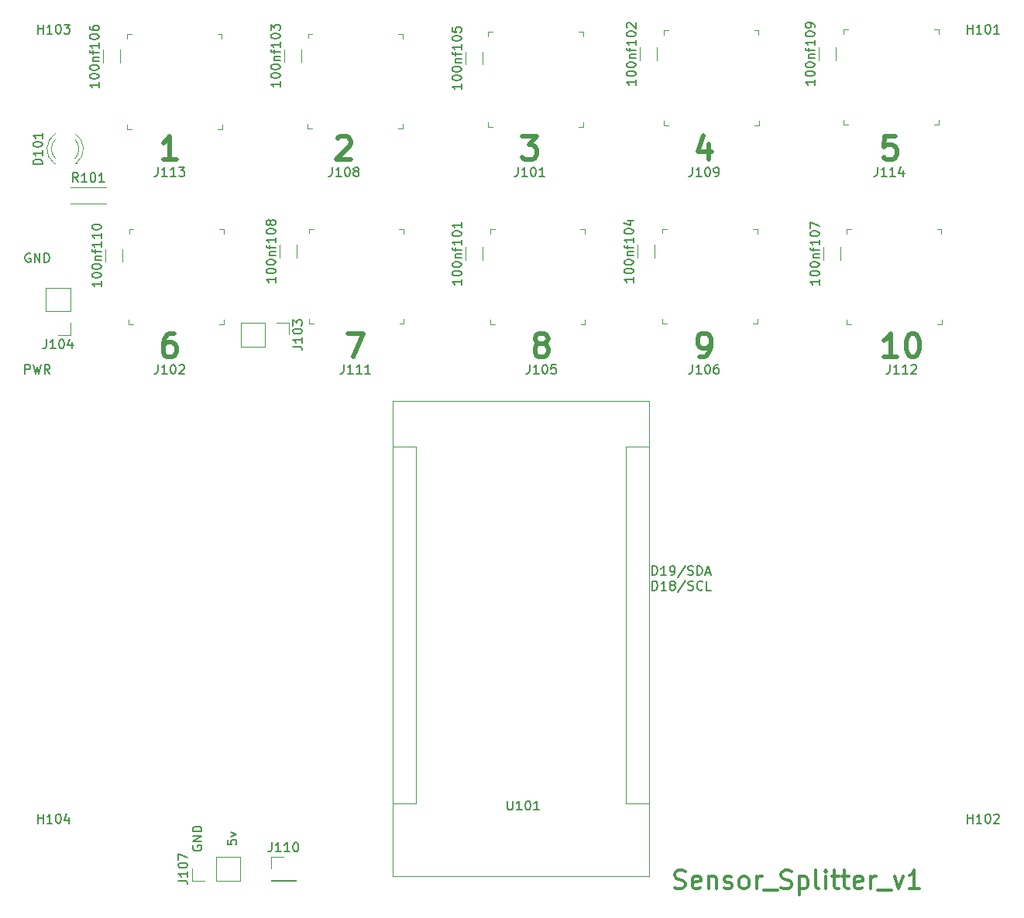
<source format=gbr>
%TF.GenerationSoftware,KiCad,Pcbnew,(5.1.10-1-10_14)*%
%TF.CreationDate,2022-02-04T13:42:09-08:00*%
%TF.ProjectId,Senser_Splitter,53656e73-6572-45f5-9370-6c6974746572,rev?*%
%TF.SameCoordinates,Original*%
%TF.FileFunction,Legend,Top*%
%TF.FilePolarity,Positive*%
%FSLAX46Y46*%
G04 Gerber Fmt 4.6, Leading zero omitted, Abs format (unit mm)*
G04 Created by KiCad (PCBNEW (5.1.10-1-10_14)) date 2022-02-04 13:42:09*
%MOMM*%
%LPD*%
G01*
G04 APERTURE LIST*
%ADD10C,0.150000*%
%ADD11C,0.300000*%
%ADD12C,0.508000*%
%ADD13C,0.120000*%
%ADD14C,0.100000*%
G04 APERTURE END LIST*
D10*
X105370380Y-140350857D02*
X105370380Y-140827047D01*
X105846571Y-140874666D01*
X105798952Y-140827047D01*
X105751333Y-140731809D01*
X105751333Y-140493714D01*
X105798952Y-140398476D01*
X105846571Y-140350857D01*
X105941809Y-140303238D01*
X106179904Y-140303238D01*
X106275142Y-140350857D01*
X106322761Y-140398476D01*
X106370380Y-140493714D01*
X106370380Y-140731809D01*
X106322761Y-140827047D01*
X106275142Y-140874666D01*
X105703714Y-139969904D02*
X106370380Y-139731809D01*
X105703714Y-139493714D01*
X101608000Y-140969904D02*
X101560380Y-141065142D01*
X101560380Y-141208000D01*
X101608000Y-141350857D01*
X101703238Y-141446095D01*
X101798476Y-141493714D01*
X101988952Y-141541333D01*
X102131809Y-141541333D01*
X102322285Y-141493714D01*
X102417523Y-141446095D01*
X102512761Y-141350857D01*
X102560380Y-141208000D01*
X102560380Y-141112761D01*
X102512761Y-140969904D01*
X102465142Y-140922285D01*
X102131809Y-140922285D01*
X102131809Y-141112761D01*
X102560380Y-140493714D02*
X101560380Y-140493714D01*
X102560380Y-139922285D01*
X101560380Y-139922285D01*
X102560380Y-139446095D02*
X101560380Y-139446095D01*
X101560380Y-139208000D01*
X101608000Y-139065142D01*
X101703238Y-138969904D01*
X101798476Y-138922285D01*
X101988952Y-138874666D01*
X102131809Y-138874666D01*
X102322285Y-138922285D01*
X102417523Y-138969904D01*
X102512761Y-139065142D01*
X102560380Y-139208000D01*
X102560380Y-139446095D01*
D11*
X154259047Y-145589523D02*
X154544761Y-145684761D01*
X155020952Y-145684761D01*
X155211428Y-145589523D01*
X155306666Y-145494285D01*
X155401904Y-145303809D01*
X155401904Y-145113333D01*
X155306666Y-144922857D01*
X155211428Y-144827619D01*
X155020952Y-144732380D01*
X154640000Y-144637142D01*
X154449523Y-144541904D01*
X154354285Y-144446666D01*
X154259047Y-144256190D01*
X154259047Y-144065714D01*
X154354285Y-143875238D01*
X154449523Y-143780000D01*
X154640000Y-143684761D01*
X155116190Y-143684761D01*
X155401904Y-143780000D01*
X157020952Y-145589523D02*
X156830476Y-145684761D01*
X156449523Y-145684761D01*
X156259047Y-145589523D01*
X156163809Y-145399047D01*
X156163809Y-144637142D01*
X156259047Y-144446666D01*
X156449523Y-144351428D01*
X156830476Y-144351428D01*
X157020952Y-144446666D01*
X157116190Y-144637142D01*
X157116190Y-144827619D01*
X156163809Y-145018095D01*
X157973333Y-144351428D02*
X157973333Y-145684761D01*
X157973333Y-144541904D02*
X158068571Y-144446666D01*
X158259047Y-144351428D01*
X158544761Y-144351428D01*
X158735238Y-144446666D01*
X158830476Y-144637142D01*
X158830476Y-145684761D01*
X159687619Y-145589523D02*
X159878095Y-145684761D01*
X160259047Y-145684761D01*
X160449523Y-145589523D01*
X160544761Y-145399047D01*
X160544761Y-145303809D01*
X160449523Y-145113333D01*
X160259047Y-145018095D01*
X159973333Y-145018095D01*
X159782857Y-144922857D01*
X159687619Y-144732380D01*
X159687619Y-144637142D01*
X159782857Y-144446666D01*
X159973333Y-144351428D01*
X160259047Y-144351428D01*
X160449523Y-144446666D01*
X161687619Y-145684761D02*
X161497142Y-145589523D01*
X161401904Y-145494285D01*
X161306666Y-145303809D01*
X161306666Y-144732380D01*
X161401904Y-144541904D01*
X161497142Y-144446666D01*
X161687619Y-144351428D01*
X161973333Y-144351428D01*
X162163809Y-144446666D01*
X162259047Y-144541904D01*
X162354285Y-144732380D01*
X162354285Y-145303809D01*
X162259047Y-145494285D01*
X162163809Y-145589523D01*
X161973333Y-145684761D01*
X161687619Y-145684761D01*
X163211428Y-145684761D02*
X163211428Y-144351428D01*
X163211428Y-144732380D02*
X163306666Y-144541904D01*
X163401904Y-144446666D01*
X163592380Y-144351428D01*
X163782857Y-144351428D01*
X163973333Y-145875238D02*
X165497142Y-145875238D01*
X165878095Y-145589523D02*
X166163809Y-145684761D01*
X166640000Y-145684761D01*
X166830476Y-145589523D01*
X166925714Y-145494285D01*
X167020952Y-145303809D01*
X167020952Y-145113333D01*
X166925714Y-144922857D01*
X166830476Y-144827619D01*
X166640000Y-144732380D01*
X166259047Y-144637142D01*
X166068571Y-144541904D01*
X165973333Y-144446666D01*
X165878095Y-144256190D01*
X165878095Y-144065714D01*
X165973333Y-143875238D01*
X166068571Y-143780000D01*
X166259047Y-143684761D01*
X166735238Y-143684761D01*
X167020952Y-143780000D01*
X167878095Y-144351428D02*
X167878095Y-146351428D01*
X167878095Y-144446666D02*
X168068571Y-144351428D01*
X168449523Y-144351428D01*
X168640000Y-144446666D01*
X168735238Y-144541904D01*
X168830476Y-144732380D01*
X168830476Y-145303809D01*
X168735238Y-145494285D01*
X168640000Y-145589523D01*
X168449523Y-145684761D01*
X168068571Y-145684761D01*
X167878095Y-145589523D01*
X169973333Y-145684761D02*
X169782857Y-145589523D01*
X169687619Y-145399047D01*
X169687619Y-143684761D01*
X170735238Y-145684761D02*
X170735238Y-144351428D01*
X170735238Y-143684761D02*
X170640000Y-143780000D01*
X170735238Y-143875238D01*
X170830476Y-143780000D01*
X170735238Y-143684761D01*
X170735238Y-143875238D01*
X171401904Y-144351428D02*
X172163809Y-144351428D01*
X171687619Y-143684761D02*
X171687619Y-145399047D01*
X171782857Y-145589523D01*
X171973333Y-145684761D01*
X172163809Y-145684761D01*
X172544761Y-144351428D02*
X173306666Y-144351428D01*
X172830476Y-143684761D02*
X172830476Y-145399047D01*
X172925714Y-145589523D01*
X173116190Y-145684761D01*
X173306666Y-145684761D01*
X174735238Y-145589523D02*
X174544761Y-145684761D01*
X174163809Y-145684761D01*
X173973333Y-145589523D01*
X173878095Y-145399047D01*
X173878095Y-144637142D01*
X173973333Y-144446666D01*
X174163809Y-144351428D01*
X174544761Y-144351428D01*
X174735238Y-144446666D01*
X174830476Y-144637142D01*
X174830476Y-144827619D01*
X173878095Y-145018095D01*
X175687619Y-145684761D02*
X175687619Y-144351428D01*
X175687619Y-144732380D02*
X175782857Y-144541904D01*
X175878095Y-144446666D01*
X176068571Y-144351428D01*
X176259047Y-144351428D01*
X176449523Y-145875238D02*
X177973333Y-145875238D01*
X178259047Y-144351428D02*
X178735238Y-145684761D01*
X179211428Y-144351428D01*
X181020952Y-145684761D02*
X179878095Y-145684761D01*
X180449523Y-145684761D02*
X180449523Y-143684761D01*
X180259047Y-143970476D01*
X180068571Y-144160952D01*
X179878095Y-144256190D01*
D10*
X151797142Y-111387380D02*
X151797142Y-110387380D01*
X152035238Y-110387380D01*
X152178095Y-110435000D01*
X152273333Y-110530238D01*
X152320952Y-110625476D01*
X152368571Y-110815952D01*
X152368571Y-110958809D01*
X152320952Y-111149285D01*
X152273333Y-111244523D01*
X152178095Y-111339761D01*
X152035238Y-111387380D01*
X151797142Y-111387380D01*
X153320952Y-111387380D02*
X152749523Y-111387380D01*
X153035238Y-111387380D02*
X153035238Y-110387380D01*
X152940000Y-110530238D01*
X152844761Y-110625476D01*
X152749523Y-110673095D01*
X153797142Y-111387380D02*
X153987619Y-111387380D01*
X154082857Y-111339761D01*
X154130476Y-111292142D01*
X154225714Y-111149285D01*
X154273333Y-110958809D01*
X154273333Y-110577857D01*
X154225714Y-110482619D01*
X154178095Y-110435000D01*
X154082857Y-110387380D01*
X153892380Y-110387380D01*
X153797142Y-110435000D01*
X153749523Y-110482619D01*
X153701904Y-110577857D01*
X153701904Y-110815952D01*
X153749523Y-110911190D01*
X153797142Y-110958809D01*
X153892380Y-111006428D01*
X154082857Y-111006428D01*
X154178095Y-110958809D01*
X154225714Y-110911190D01*
X154273333Y-110815952D01*
X155416190Y-110339761D02*
X154559047Y-111625476D01*
X155701904Y-111339761D02*
X155844761Y-111387380D01*
X156082857Y-111387380D01*
X156178095Y-111339761D01*
X156225714Y-111292142D01*
X156273333Y-111196904D01*
X156273333Y-111101666D01*
X156225714Y-111006428D01*
X156178095Y-110958809D01*
X156082857Y-110911190D01*
X155892380Y-110863571D01*
X155797142Y-110815952D01*
X155749523Y-110768333D01*
X155701904Y-110673095D01*
X155701904Y-110577857D01*
X155749523Y-110482619D01*
X155797142Y-110435000D01*
X155892380Y-110387380D01*
X156130476Y-110387380D01*
X156273333Y-110435000D01*
X156701904Y-111387380D02*
X156701904Y-110387380D01*
X156940000Y-110387380D01*
X157082857Y-110435000D01*
X157178095Y-110530238D01*
X157225714Y-110625476D01*
X157273333Y-110815952D01*
X157273333Y-110958809D01*
X157225714Y-111149285D01*
X157178095Y-111244523D01*
X157082857Y-111339761D01*
X156940000Y-111387380D01*
X156701904Y-111387380D01*
X157654285Y-111101666D02*
X158130476Y-111101666D01*
X157559047Y-111387380D02*
X157892380Y-110387380D01*
X158225714Y-111387380D01*
X151820952Y-113037380D02*
X151820952Y-112037380D01*
X152059047Y-112037380D01*
X152201904Y-112085000D01*
X152297142Y-112180238D01*
X152344761Y-112275476D01*
X152392380Y-112465952D01*
X152392380Y-112608809D01*
X152344761Y-112799285D01*
X152297142Y-112894523D01*
X152201904Y-112989761D01*
X152059047Y-113037380D01*
X151820952Y-113037380D01*
X153344761Y-113037380D02*
X152773333Y-113037380D01*
X153059047Y-113037380D02*
X153059047Y-112037380D01*
X152963809Y-112180238D01*
X152868571Y-112275476D01*
X152773333Y-112323095D01*
X153916190Y-112465952D02*
X153820952Y-112418333D01*
X153773333Y-112370714D01*
X153725714Y-112275476D01*
X153725714Y-112227857D01*
X153773333Y-112132619D01*
X153820952Y-112085000D01*
X153916190Y-112037380D01*
X154106666Y-112037380D01*
X154201904Y-112085000D01*
X154249523Y-112132619D01*
X154297142Y-112227857D01*
X154297142Y-112275476D01*
X154249523Y-112370714D01*
X154201904Y-112418333D01*
X154106666Y-112465952D01*
X153916190Y-112465952D01*
X153820952Y-112513571D01*
X153773333Y-112561190D01*
X153725714Y-112656428D01*
X153725714Y-112846904D01*
X153773333Y-112942142D01*
X153820952Y-112989761D01*
X153916190Y-113037380D01*
X154106666Y-113037380D01*
X154201904Y-112989761D01*
X154249523Y-112942142D01*
X154297142Y-112846904D01*
X154297142Y-112656428D01*
X154249523Y-112561190D01*
X154201904Y-112513571D01*
X154106666Y-112465952D01*
X155440000Y-111989761D02*
X154582857Y-113275476D01*
X155725714Y-112989761D02*
X155868571Y-113037380D01*
X156106666Y-113037380D01*
X156201904Y-112989761D01*
X156249523Y-112942142D01*
X156297142Y-112846904D01*
X156297142Y-112751666D01*
X156249523Y-112656428D01*
X156201904Y-112608809D01*
X156106666Y-112561190D01*
X155916190Y-112513571D01*
X155820952Y-112465952D01*
X155773333Y-112418333D01*
X155725714Y-112323095D01*
X155725714Y-112227857D01*
X155773333Y-112132619D01*
X155820952Y-112085000D01*
X155916190Y-112037380D01*
X156154285Y-112037380D01*
X156297142Y-112085000D01*
X157297142Y-112942142D02*
X157249523Y-112989761D01*
X157106666Y-113037380D01*
X157011428Y-113037380D01*
X156868571Y-112989761D01*
X156773333Y-112894523D01*
X156725714Y-112799285D01*
X156678095Y-112608809D01*
X156678095Y-112465952D01*
X156725714Y-112275476D01*
X156773333Y-112180238D01*
X156868571Y-112085000D01*
X157011428Y-112037380D01*
X157106666Y-112037380D01*
X157249523Y-112085000D01*
X157297142Y-112132619D01*
X158201904Y-113037380D02*
X157725714Y-113037380D01*
X157725714Y-112037380D01*
D12*
X99785714Y-65919047D02*
X98334285Y-65919047D01*
X99060000Y-65919047D02*
X99060000Y-63379047D01*
X98818095Y-63741904D01*
X98576190Y-63983809D01*
X98334285Y-64104761D01*
X117384285Y-63620952D02*
X117505238Y-63500000D01*
X117747142Y-63379047D01*
X118351904Y-63379047D01*
X118593809Y-63500000D01*
X118714761Y-63620952D01*
X118835714Y-63862857D01*
X118835714Y-64104761D01*
X118714761Y-64467619D01*
X117263333Y-65919047D01*
X118835714Y-65919047D01*
X137583333Y-63379047D02*
X139155714Y-63379047D01*
X138309047Y-64346666D01*
X138671904Y-64346666D01*
X138913809Y-64467619D01*
X139034761Y-64588571D01*
X139155714Y-64830476D01*
X139155714Y-65435238D01*
X139034761Y-65677142D01*
X138913809Y-65798095D01*
X138671904Y-65919047D01*
X137946190Y-65919047D01*
X137704285Y-65798095D01*
X137583333Y-65677142D01*
X157963809Y-64225714D02*
X157963809Y-65919047D01*
X157359047Y-63258095D02*
X156754285Y-65072380D01*
X158326666Y-65072380D01*
X178404761Y-63379047D02*
X177195238Y-63379047D01*
X177074285Y-64588571D01*
X177195238Y-64467619D01*
X177437142Y-64346666D01*
X178041904Y-64346666D01*
X178283809Y-64467619D01*
X178404761Y-64588571D01*
X178525714Y-64830476D01*
X178525714Y-65435238D01*
X178404761Y-65677142D01*
X178283809Y-65798095D01*
X178041904Y-65919047D01*
X177437142Y-65919047D01*
X177195238Y-65798095D01*
X177074285Y-65677142D01*
X178586190Y-87509047D02*
X177134761Y-87509047D01*
X177860476Y-87509047D02*
X177860476Y-84969047D01*
X177618571Y-85331904D01*
X177376666Y-85573809D01*
X177134761Y-85694761D01*
X180158571Y-84969047D02*
X180400476Y-84969047D01*
X180642380Y-85090000D01*
X180763333Y-85210952D01*
X180884285Y-85452857D01*
X181005238Y-85936666D01*
X181005238Y-86541428D01*
X180884285Y-87025238D01*
X180763333Y-87267142D01*
X180642380Y-87388095D01*
X180400476Y-87509047D01*
X180158571Y-87509047D01*
X179916666Y-87388095D01*
X179795714Y-87267142D01*
X179674761Y-87025238D01*
X179553809Y-86541428D01*
X179553809Y-85936666D01*
X179674761Y-85452857D01*
X179795714Y-85210952D01*
X179916666Y-85090000D01*
X180158571Y-84969047D01*
X156996190Y-87509047D02*
X157480000Y-87509047D01*
X157721904Y-87388095D01*
X157842857Y-87267142D01*
X158084761Y-86904285D01*
X158205714Y-86420476D01*
X158205714Y-85452857D01*
X158084761Y-85210952D01*
X157963809Y-85090000D01*
X157721904Y-84969047D01*
X157238095Y-84969047D01*
X156996190Y-85090000D01*
X156875238Y-85210952D01*
X156754285Y-85452857D01*
X156754285Y-86057619D01*
X156875238Y-86299523D01*
X156996190Y-86420476D01*
X157238095Y-86541428D01*
X157721904Y-86541428D01*
X157963809Y-86420476D01*
X158084761Y-86299523D01*
X158205714Y-86057619D01*
X139458095Y-86057619D02*
X139216190Y-85936666D01*
X139095238Y-85815714D01*
X138974285Y-85573809D01*
X138974285Y-85452857D01*
X139095238Y-85210952D01*
X139216190Y-85090000D01*
X139458095Y-84969047D01*
X139941904Y-84969047D01*
X140183809Y-85090000D01*
X140304761Y-85210952D01*
X140425714Y-85452857D01*
X140425714Y-85573809D01*
X140304761Y-85815714D01*
X140183809Y-85936666D01*
X139941904Y-86057619D01*
X139458095Y-86057619D01*
X139216190Y-86178571D01*
X139095238Y-86299523D01*
X138974285Y-86541428D01*
X138974285Y-87025238D01*
X139095238Y-87267142D01*
X139216190Y-87388095D01*
X139458095Y-87509047D01*
X139941904Y-87509047D01*
X140183809Y-87388095D01*
X140304761Y-87267142D01*
X140425714Y-87025238D01*
X140425714Y-86541428D01*
X140304761Y-86299523D01*
X140183809Y-86178571D01*
X139941904Y-86057619D01*
X118533333Y-84969047D02*
X120226666Y-84969047D01*
X119138095Y-87509047D01*
X99543809Y-84969047D02*
X99060000Y-84969047D01*
X98818095Y-85090000D01*
X98697142Y-85210952D01*
X98455238Y-85573809D01*
X98334285Y-86057619D01*
X98334285Y-87025238D01*
X98455238Y-87267142D01*
X98576190Y-87388095D01*
X98818095Y-87509047D01*
X99301904Y-87509047D01*
X99543809Y-87388095D01*
X99664761Y-87267142D01*
X99785714Y-87025238D01*
X99785714Y-86420476D01*
X99664761Y-86178571D01*
X99543809Y-86057619D01*
X99301904Y-85936666D01*
X98818095Y-85936666D01*
X98576190Y-86057619D01*
X98455238Y-86178571D01*
X98334285Y-86420476D01*
D10*
X83248666Y-89352380D02*
X83248666Y-88352380D01*
X83629619Y-88352380D01*
X83724857Y-88400000D01*
X83772476Y-88447619D01*
X83820095Y-88542857D01*
X83820095Y-88685714D01*
X83772476Y-88780952D01*
X83724857Y-88828571D01*
X83629619Y-88876190D01*
X83248666Y-88876190D01*
X84153428Y-88352380D02*
X84391523Y-89352380D01*
X84582000Y-88638095D01*
X84772476Y-89352380D01*
X85010571Y-88352380D01*
X85962952Y-89352380D02*
X85629619Y-88876190D01*
X85391523Y-89352380D02*
X85391523Y-88352380D01*
X85772476Y-88352380D01*
X85867714Y-88400000D01*
X85915333Y-88447619D01*
X85962952Y-88542857D01*
X85962952Y-88685714D01*
X85915333Y-88780952D01*
X85867714Y-88828571D01*
X85772476Y-88876190D01*
X85391523Y-88876190D01*
X83820095Y-76208000D02*
X83724857Y-76160380D01*
X83582000Y-76160380D01*
X83439142Y-76208000D01*
X83343904Y-76303238D01*
X83296285Y-76398476D01*
X83248666Y-76588952D01*
X83248666Y-76731809D01*
X83296285Y-76922285D01*
X83343904Y-77017523D01*
X83439142Y-77112761D01*
X83582000Y-77160380D01*
X83677238Y-77160380D01*
X83820095Y-77112761D01*
X83867714Y-77065142D01*
X83867714Y-76731809D01*
X83677238Y-76731809D01*
X84296285Y-77160380D02*
X84296285Y-76160380D01*
X84867714Y-77160380D01*
X84867714Y-76160380D01*
X85343904Y-77160380D02*
X85343904Y-76160380D01*
X85582000Y-76160380D01*
X85724857Y-76208000D01*
X85820095Y-76303238D01*
X85867714Y-76398476D01*
X85915333Y-76588952D01*
X85915333Y-76731809D01*
X85867714Y-76922285D01*
X85820095Y-77017523D01*
X85724857Y-77112761D01*
X85582000Y-77160380D01*
X85343904Y-77160380D01*
D13*
%TO.C,R101*%
X88250000Y-68930000D02*
X92090000Y-68930000D01*
X88250000Y-70770000D02*
X92090000Y-70770000D01*
%TO.C,D101*%
X88709837Y-63728870D02*
G75*
G02*
X88710000Y-65810961I-1079837J-1041130D01*
G01*
X86550163Y-63728870D02*
G75*
G03*
X86550000Y-65810961I1079837J-1041130D01*
G01*
X88708608Y-63097665D02*
G75*
G02*
X88865516Y-66330000I-1078608J-1672335D01*
G01*
X86551392Y-63097665D02*
G75*
G03*
X86394484Y-66330000I1078608J-1672335D01*
G01*
X86394000Y-66330000D02*
X86550000Y-66330000D01*
X88710000Y-66330000D02*
X88866000Y-66330000D01*
%TO.C,U101*%
X123440000Y-144325000D02*
X151440000Y-144325000D01*
X123440000Y-92325000D02*
X123440000Y-144325000D01*
X151440000Y-144325000D02*
X151440000Y-92325000D01*
X123440000Y-92325000D02*
X151440000Y-92325000D01*
X125940000Y-136325000D02*
X123440000Y-136325000D01*
X125940000Y-97325000D02*
X125940000Y-136325000D01*
X123440000Y-97325000D02*
X125940000Y-97325000D01*
X151440000Y-97325000D02*
X148940000Y-97325000D01*
X148940000Y-136325000D02*
X151440000Y-136325000D01*
X148940000Y-97325000D02*
X148940000Y-136325000D01*
D14*
%TO.C,J114*%
X172747000Y-51706000D02*
X172747000Y-52206000D01*
X172747000Y-51706000D02*
X173247000Y-51706000D01*
X183117000Y-51716000D02*
X182617000Y-51716000D01*
X183117000Y-51716000D02*
X183117000Y-52216000D01*
X183137000Y-62106000D02*
X183137000Y-61606000D01*
X183137000Y-62106000D02*
X182637000Y-62106000D01*
X172737000Y-62106000D02*
X172737000Y-61606000D01*
X172737000Y-62106000D02*
X173237000Y-62106000D01*
%TO.C,J113*%
X94388000Y-52214000D02*
X94388000Y-52714000D01*
X94388000Y-52214000D02*
X94888000Y-52214000D01*
X104758000Y-52224000D02*
X104258000Y-52224000D01*
X104758000Y-52224000D02*
X104758000Y-52724000D01*
X104778000Y-62614000D02*
X104778000Y-62114000D01*
X104778000Y-62614000D02*
X104278000Y-62614000D01*
X94378000Y-62614000D02*
X94378000Y-62114000D01*
X94378000Y-62614000D02*
X94878000Y-62614000D01*
%TO.C,J112*%
X173045999Y-73528999D02*
X173045999Y-74028999D01*
X173045999Y-73528999D02*
X173545999Y-73528999D01*
X183415999Y-73538999D02*
X182915999Y-73538999D01*
X183415999Y-73538999D02*
X183415999Y-74038999D01*
X183435999Y-83928999D02*
X183435999Y-83428999D01*
X183435999Y-83928999D02*
X182935999Y-83928999D01*
X173035999Y-83928999D02*
X173035999Y-83428999D01*
X173035999Y-83928999D02*
X173535999Y-83928999D01*
%TO.C,J111*%
X114270999Y-73502999D02*
X114270999Y-74002999D01*
X114270999Y-73502999D02*
X114770999Y-73502999D01*
X124640999Y-73512999D02*
X124140999Y-73512999D01*
X124640999Y-73512999D02*
X124640999Y-74012999D01*
X124660999Y-83902999D02*
X124660999Y-83402999D01*
X124660999Y-83902999D02*
X124160999Y-83902999D01*
X114260999Y-83902999D02*
X114260999Y-83402999D01*
X114260999Y-83902999D02*
X114760999Y-83902999D01*
D13*
%TO.C,J110*%
X110176000Y-144840000D02*
X112836000Y-144840000D01*
X110176000Y-144780000D02*
X110176000Y-144840000D01*
X112836000Y-144780000D02*
X112836000Y-144840000D01*
X110176000Y-144780000D02*
X112836000Y-144780000D01*
X110176000Y-143510000D02*
X110176000Y-142180000D01*
X110176000Y-142180000D02*
X111506000Y-142180000D01*
D14*
%TO.C,J109*%
X153062000Y-51759999D02*
X153062000Y-52259999D01*
X153062000Y-51759999D02*
X153562000Y-51759999D01*
X163432000Y-51769999D02*
X162932000Y-51769999D01*
X163432000Y-51769999D02*
X163432000Y-52269999D01*
X163452000Y-62159999D02*
X163452000Y-61659999D01*
X163452000Y-62159999D02*
X162952000Y-62159999D01*
X153052000Y-62159999D02*
X153052000Y-61659999D01*
X153052000Y-62159999D02*
X153552000Y-62159999D01*
%TO.C,J108*%
X114169999Y-52166999D02*
X114169999Y-52666999D01*
X114169999Y-52166999D02*
X114669999Y-52166999D01*
X124539999Y-52176999D02*
X124039999Y-52176999D01*
X124539999Y-52176999D02*
X124539999Y-52676999D01*
X124559999Y-62566999D02*
X124559999Y-62066999D01*
X124559999Y-62566999D02*
X124059999Y-62566999D01*
X114159999Y-62566999D02*
X114159999Y-62066999D01*
X114159999Y-62566999D02*
X114659999Y-62566999D01*
D13*
%TO.C,J107*%
X106740000Y-144840000D02*
X106740000Y-142180000D01*
X104140000Y-144840000D02*
X106740000Y-144840000D01*
X104140000Y-142180000D02*
X106740000Y-142180000D01*
X104140000Y-144840000D02*
X104140000Y-142180000D01*
X102870000Y-144840000D02*
X101540000Y-144840000D01*
X101540000Y-144840000D02*
X101540000Y-143510000D01*
D14*
%TO.C,J106*%
X152935000Y-73502999D02*
X152935000Y-74002999D01*
X152935000Y-73502999D02*
X153435000Y-73502999D01*
X163305000Y-73512999D02*
X162805000Y-73512999D01*
X163305000Y-73512999D02*
X163305000Y-74012999D01*
X163325000Y-83902999D02*
X163325000Y-83402999D01*
X163325000Y-83902999D02*
X162825000Y-83902999D01*
X152925000Y-83902999D02*
X152925000Y-83402999D01*
X152925000Y-83902999D02*
X153425000Y-83902999D01*
%TO.C,J105*%
X134082999Y-73528999D02*
X134082999Y-74028999D01*
X134082999Y-73528999D02*
X134582999Y-73528999D01*
X144452999Y-73538999D02*
X143952999Y-73538999D01*
X144452999Y-73538999D02*
X144452999Y-74038999D01*
X144472999Y-83928999D02*
X144472999Y-83428999D01*
X144472999Y-83928999D02*
X143972999Y-83928999D01*
X134072999Y-83928999D02*
X134072999Y-83428999D01*
X134072999Y-83928999D02*
X134572999Y-83928999D01*
D13*
%TO.C,J104*%
X88198000Y-79950000D02*
X85538000Y-79950000D01*
X88198000Y-82550000D02*
X88198000Y-79950000D01*
X85538000Y-82550000D02*
X85538000Y-79950000D01*
X88198000Y-82550000D02*
X85538000Y-82550000D01*
X88198000Y-83820000D02*
X88198000Y-85150000D01*
X88198000Y-85150000D02*
X86868000Y-85150000D01*
%TO.C,J103*%
X106874000Y-83760000D02*
X106874000Y-86420000D01*
X109474000Y-83760000D02*
X106874000Y-83760000D01*
X109474000Y-86420000D02*
X106874000Y-86420000D01*
X109474000Y-83760000D02*
X109474000Y-86420000D01*
X110744000Y-83760000D02*
X112074000Y-83760000D01*
X112074000Y-83760000D02*
X112074000Y-85090000D01*
D14*
%TO.C,J102*%
X94611999Y-73528999D02*
X94611999Y-74028999D01*
X94611999Y-73528999D02*
X95111999Y-73528999D01*
X104981999Y-73538999D02*
X104481999Y-73538999D01*
X104981999Y-73538999D02*
X104981999Y-74038999D01*
X105001999Y-83928999D02*
X105001999Y-83428999D01*
X105001999Y-83928999D02*
X104501999Y-83928999D01*
X94601999Y-83928999D02*
X94601999Y-83428999D01*
X94601999Y-83928999D02*
X95101999Y-83928999D01*
%TO.C,J101*%
X133885000Y-51938999D02*
X133885000Y-52438999D01*
X133885000Y-51938999D02*
X134385000Y-51938999D01*
X144255000Y-51948999D02*
X143755000Y-51948999D01*
X144255000Y-51948999D02*
X144255000Y-52448999D01*
X144275000Y-62338999D02*
X144275000Y-61838999D01*
X144275000Y-62338999D02*
X143775000Y-62338999D01*
X133875000Y-62338999D02*
X133875000Y-61838999D01*
X133875000Y-62338999D02*
X134375000Y-62338999D01*
D13*
%TO.C,100nf110*%
X92054000Y-77126752D02*
X92054000Y-75704248D01*
X93874000Y-77126752D02*
X93874000Y-75704248D01*
%TO.C,100nf109*%
X170032000Y-55067252D02*
X170032000Y-53644748D01*
X171852000Y-55067252D02*
X171852000Y-53644748D01*
%TO.C,100nf108*%
X111104000Y-76657252D02*
X111104000Y-75234748D01*
X112924000Y-76657252D02*
X112924000Y-75234748D01*
%TO.C,100nf107*%
X170540000Y-76911252D02*
X170540000Y-75488748D01*
X172360000Y-76911252D02*
X172360000Y-75488748D01*
%TO.C,100nf106*%
X91800000Y-55359752D02*
X91800000Y-53937248D01*
X93620000Y-55359752D02*
X93620000Y-53937248D01*
%TO.C,100nf105*%
X131424000Y-55536752D02*
X131424000Y-54114248D01*
X133244000Y-55536752D02*
X133244000Y-54114248D01*
%TO.C,100nf104*%
X150220000Y-76657252D02*
X150220000Y-75234748D01*
X152040000Y-76657252D02*
X152040000Y-75234748D01*
%TO.C,100nf103*%
X111612000Y-55282752D02*
X111612000Y-53860248D01*
X113432000Y-55282752D02*
X113432000Y-53860248D01*
%TO.C,100nf102*%
X150474000Y-55067252D02*
X150474000Y-53644748D01*
X152294000Y-55067252D02*
X152294000Y-53644748D01*
%TO.C,100nf101*%
X131424000Y-76911252D02*
X131424000Y-75488748D01*
X133244000Y-76911252D02*
X133244000Y-75488748D01*
%TO.C,R101*%
D10*
X89050952Y-68382380D02*
X88717619Y-67906190D01*
X88479523Y-68382380D02*
X88479523Y-67382380D01*
X88860476Y-67382380D01*
X88955714Y-67430000D01*
X89003333Y-67477619D01*
X89050952Y-67572857D01*
X89050952Y-67715714D01*
X89003333Y-67810952D01*
X88955714Y-67858571D01*
X88860476Y-67906190D01*
X88479523Y-67906190D01*
X90003333Y-68382380D02*
X89431904Y-68382380D01*
X89717619Y-68382380D02*
X89717619Y-67382380D01*
X89622380Y-67525238D01*
X89527142Y-67620476D01*
X89431904Y-67668095D01*
X90622380Y-67382380D02*
X90717619Y-67382380D01*
X90812857Y-67430000D01*
X90860476Y-67477619D01*
X90908095Y-67572857D01*
X90955714Y-67763333D01*
X90955714Y-68001428D01*
X90908095Y-68191904D01*
X90860476Y-68287142D01*
X90812857Y-68334761D01*
X90717619Y-68382380D01*
X90622380Y-68382380D01*
X90527142Y-68334761D01*
X90479523Y-68287142D01*
X90431904Y-68191904D01*
X90384285Y-68001428D01*
X90384285Y-67763333D01*
X90431904Y-67572857D01*
X90479523Y-67477619D01*
X90527142Y-67430000D01*
X90622380Y-67382380D01*
X91908095Y-68382380D02*
X91336666Y-68382380D01*
X91622380Y-68382380D02*
X91622380Y-67382380D01*
X91527142Y-67525238D01*
X91431904Y-67620476D01*
X91336666Y-67668095D01*
%TO.C,D101*%
X85122380Y-66460476D02*
X84122380Y-66460476D01*
X84122380Y-66222380D01*
X84170000Y-66079523D01*
X84265238Y-65984285D01*
X84360476Y-65936666D01*
X84550952Y-65889047D01*
X84693809Y-65889047D01*
X84884285Y-65936666D01*
X84979523Y-65984285D01*
X85074761Y-66079523D01*
X85122380Y-66222380D01*
X85122380Y-66460476D01*
X85122380Y-64936666D02*
X85122380Y-65508095D01*
X85122380Y-65222380D02*
X84122380Y-65222380D01*
X84265238Y-65317619D01*
X84360476Y-65412857D01*
X84408095Y-65508095D01*
X84122380Y-64317619D02*
X84122380Y-64222380D01*
X84170000Y-64127142D01*
X84217619Y-64079523D01*
X84312857Y-64031904D01*
X84503333Y-63984285D01*
X84741428Y-63984285D01*
X84931904Y-64031904D01*
X85027142Y-64079523D01*
X85074761Y-64127142D01*
X85122380Y-64222380D01*
X85122380Y-64317619D01*
X85074761Y-64412857D01*
X85027142Y-64460476D01*
X84931904Y-64508095D01*
X84741428Y-64555714D01*
X84503333Y-64555714D01*
X84312857Y-64508095D01*
X84217619Y-64460476D01*
X84170000Y-64412857D01*
X84122380Y-64317619D01*
X85122380Y-63031904D02*
X85122380Y-63603333D01*
X85122380Y-63317619D02*
X84122380Y-63317619D01*
X84265238Y-63412857D01*
X84360476Y-63508095D01*
X84408095Y-63603333D01*
%TO.C,H104*%
X84645714Y-138522380D02*
X84645714Y-137522380D01*
X84645714Y-137998571D02*
X85217142Y-137998571D01*
X85217142Y-138522380D02*
X85217142Y-137522380D01*
X86217142Y-138522380D02*
X85645714Y-138522380D01*
X85931428Y-138522380D02*
X85931428Y-137522380D01*
X85836190Y-137665238D01*
X85740952Y-137760476D01*
X85645714Y-137808095D01*
X86836190Y-137522380D02*
X86931428Y-137522380D01*
X87026666Y-137570000D01*
X87074285Y-137617619D01*
X87121904Y-137712857D01*
X87169523Y-137903333D01*
X87169523Y-138141428D01*
X87121904Y-138331904D01*
X87074285Y-138427142D01*
X87026666Y-138474761D01*
X86931428Y-138522380D01*
X86836190Y-138522380D01*
X86740952Y-138474761D01*
X86693333Y-138427142D01*
X86645714Y-138331904D01*
X86598095Y-138141428D01*
X86598095Y-137903333D01*
X86645714Y-137712857D01*
X86693333Y-137617619D01*
X86740952Y-137570000D01*
X86836190Y-137522380D01*
X88026666Y-137855714D02*
X88026666Y-138522380D01*
X87788571Y-137474761D02*
X87550476Y-138189047D01*
X88169523Y-138189047D01*
%TO.C,H103*%
X84645714Y-52162380D02*
X84645714Y-51162380D01*
X84645714Y-51638571D02*
X85217142Y-51638571D01*
X85217142Y-52162380D02*
X85217142Y-51162380D01*
X86217142Y-52162380D02*
X85645714Y-52162380D01*
X85931428Y-52162380D02*
X85931428Y-51162380D01*
X85836190Y-51305238D01*
X85740952Y-51400476D01*
X85645714Y-51448095D01*
X86836190Y-51162380D02*
X86931428Y-51162380D01*
X87026666Y-51210000D01*
X87074285Y-51257619D01*
X87121904Y-51352857D01*
X87169523Y-51543333D01*
X87169523Y-51781428D01*
X87121904Y-51971904D01*
X87074285Y-52067142D01*
X87026666Y-52114761D01*
X86931428Y-52162380D01*
X86836190Y-52162380D01*
X86740952Y-52114761D01*
X86693333Y-52067142D01*
X86645714Y-51971904D01*
X86598095Y-51781428D01*
X86598095Y-51543333D01*
X86645714Y-51352857D01*
X86693333Y-51257619D01*
X86740952Y-51210000D01*
X86836190Y-51162380D01*
X87502857Y-51162380D02*
X88121904Y-51162380D01*
X87788571Y-51543333D01*
X87931428Y-51543333D01*
X88026666Y-51590952D01*
X88074285Y-51638571D01*
X88121904Y-51733809D01*
X88121904Y-51971904D01*
X88074285Y-52067142D01*
X88026666Y-52114761D01*
X87931428Y-52162380D01*
X87645714Y-52162380D01*
X87550476Y-52114761D01*
X87502857Y-52067142D01*
%TO.C,H102*%
X186245714Y-138522380D02*
X186245714Y-137522380D01*
X186245714Y-137998571D02*
X186817142Y-137998571D01*
X186817142Y-138522380D02*
X186817142Y-137522380D01*
X187817142Y-138522380D02*
X187245714Y-138522380D01*
X187531428Y-138522380D02*
X187531428Y-137522380D01*
X187436190Y-137665238D01*
X187340952Y-137760476D01*
X187245714Y-137808095D01*
X188436190Y-137522380D02*
X188531428Y-137522380D01*
X188626666Y-137570000D01*
X188674285Y-137617619D01*
X188721904Y-137712857D01*
X188769523Y-137903333D01*
X188769523Y-138141428D01*
X188721904Y-138331904D01*
X188674285Y-138427142D01*
X188626666Y-138474761D01*
X188531428Y-138522380D01*
X188436190Y-138522380D01*
X188340952Y-138474761D01*
X188293333Y-138427142D01*
X188245714Y-138331904D01*
X188198095Y-138141428D01*
X188198095Y-137903333D01*
X188245714Y-137712857D01*
X188293333Y-137617619D01*
X188340952Y-137570000D01*
X188436190Y-137522380D01*
X189150476Y-137617619D02*
X189198095Y-137570000D01*
X189293333Y-137522380D01*
X189531428Y-137522380D01*
X189626666Y-137570000D01*
X189674285Y-137617619D01*
X189721904Y-137712857D01*
X189721904Y-137808095D01*
X189674285Y-137950952D01*
X189102857Y-138522380D01*
X189721904Y-138522380D01*
%TO.C,H101*%
X186245714Y-52162380D02*
X186245714Y-51162380D01*
X186245714Y-51638571D02*
X186817142Y-51638571D01*
X186817142Y-52162380D02*
X186817142Y-51162380D01*
X187817142Y-52162380D02*
X187245714Y-52162380D01*
X187531428Y-52162380D02*
X187531428Y-51162380D01*
X187436190Y-51305238D01*
X187340952Y-51400476D01*
X187245714Y-51448095D01*
X188436190Y-51162380D02*
X188531428Y-51162380D01*
X188626666Y-51210000D01*
X188674285Y-51257619D01*
X188721904Y-51352857D01*
X188769523Y-51543333D01*
X188769523Y-51781428D01*
X188721904Y-51971904D01*
X188674285Y-52067142D01*
X188626666Y-52114761D01*
X188531428Y-52162380D01*
X188436190Y-52162380D01*
X188340952Y-52114761D01*
X188293333Y-52067142D01*
X188245714Y-51971904D01*
X188198095Y-51781428D01*
X188198095Y-51543333D01*
X188245714Y-51352857D01*
X188293333Y-51257619D01*
X188340952Y-51210000D01*
X188436190Y-51162380D01*
X189721904Y-52162380D02*
X189150476Y-52162380D01*
X189436190Y-52162380D02*
X189436190Y-51162380D01*
X189340952Y-51305238D01*
X189245714Y-51400476D01*
X189150476Y-51448095D01*
%TO.C,U101*%
X135975714Y-136077380D02*
X135975714Y-136886904D01*
X136023333Y-136982142D01*
X136070952Y-137029761D01*
X136166190Y-137077380D01*
X136356666Y-137077380D01*
X136451904Y-137029761D01*
X136499523Y-136982142D01*
X136547142Y-136886904D01*
X136547142Y-136077380D01*
X137547142Y-137077380D02*
X136975714Y-137077380D01*
X137261428Y-137077380D02*
X137261428Y-136077380D01*
X137166190Y-136220238D01*
X137070952Y-136315476D01*
X136975714Y-136363095D01*
X138166190Y-136077380D02*
X138261428Y-136077380D01*
X138356666Y-136125000D01*
X138404285Y-136172619D01*
X138451904Y-136267857D01*
X138499523Y-136458333D01*
X138499523Y-136696428D01*
X138451904Y-136886904D01*
X138404285Y-136982142D01*
X138356666Y-137029761D01*
X138261428Y-137077380D01*
X138166190Y-137077380D01*
X138070952Y-137029761D01*
X138023333Y-136982142D01*
X137975714Y-136886904D01*
X137928095Y-136696428D01*
X137928095Y-136458333D01*
X137975714Y-136267857D01*
X138023333Y-136172619D01*
X138070952Y-136125000D01*
X138166190Y-136077380D01*
X139451904Y-137077380D02*
X138880476Y-137077380D01*
X139166190Y-137077380D02*
X139166190Y-136077380D01*
X139070952Y-136220238D01*
X138975714Y-136315476D01*
X138880476Y-136363095D01*
%TO.C,J114*%
X176411285Y-66762380D02*
X176411285Y-67476666D01*
X176363666Y-67619523D01*
X176268428Y-67714761D01*
X176125571Y-67762380D01*
X176030333Y-67762380D01*
X177411285Y-67762380D02*
X176839857Y-67762380D01*
X177125571Y-67762380D02*
X177125571Y-66762380D01*
X177030333Y-66905238D01*
X176935095Y-67000476D01*
X176839857Y-67048095D01*
X178363666Y-67762380D02*
X177792238Y-67762380D01*
X178077952Y-67762380D02*
X178077952Y-66762380D01*
X177982714Y-66905238D01*
X177887476Y-67000476D01*
X177792238Y-67048095D01*
X179220809Y-67095714D02*
X179220809Y-67762380D01*
X178982714Y-66714761D02*
X178744619Y-67429047D01*
X179363666Y-67429047D01*
%TO.C,J113*%
X97774285Y-66762380D02*
X97774285Y-67476666D01*
X97726666Y-67619523D01*
X97631428Y-67714761D01*
X97488571Y-67762380D01*
X97393333Y-67762380D01*
X98774285Y-67762380D02*
X98202857Y-67762380D01*
X98488571Y-67762380D02*
X98488571Y-66762380D01*
X98393333Y-66905238D01*
X98298095Y-67000476D01*
X98202857Y-67048095D01*
X99726666Y-67762380D02*
X99155238Y-67762380D01*
X99440952Y-67762380D02*
X99440952Y-66762380D01*
X99345714Y-66905238D01*
X99250476Y-67000476D01*
X99155238Y-67048095D01*
X100060000Y-66762380D02*
X100679047Y-66762380D01*
X100345714Y-67143333D01*
X100488571Y-67143333D01*
X100583809Y-67190952D01*
X100631428Y-67238571D01*
X100679047Y-67333809D01*
X100679047Y-67571904D01*
X100631428Y-67667142D01*
X100583809Y-67714761D01*
X100488571Y-67762380D01*
X100202857Y-67762380D01*
X100107619Y-67714761D01*
X100060000Y-67667142D01*
%TO.C,J112*%
X177784285Y-88352380D02*
X177784285Y-89066666D01*
X177736666Y-89209523D01*
X177641428Y-89304761D01*
X177498571Y-89352380D01*
X177403333Y-89352380D01*
X178784285Y-89352380D02*
X178212857Y-89352380D01*
X178498571Y-89352380D02*
X178498571Y-88352380D01*
X178403333Y-88495238D01*
X178308095Y-88590476D01*
X178212857Y-88638095D01*
X179736666Y-89352380D02*
X179165238Y-89352380D01*
X179450952Y-89352380D02*
X179450952Y-88352380D01*
X179355714Y-88495238D01*
X179260476Y-88590476D01*
X179165238Y-88638095D01*
X180117619Y-88447619D02*
X180165238Y-88400000D01*
X180260476Y-88352380D01*
X180498571Y-88352380D01*
X180593809Y-88400000D01*
X180641428Y-88447619D01*
X180689047Y-88542857D01*
X180689047Y-88638095D01*
X180641428Y-88780952D01*
X180070000Y-89352380D01*
X180689047Y-89352380D01*
%TO.C,J111*%
X118094285Y-88352380D02*
X118094285Y-89066666D01*
X118046666Y-89209523D01*
X117951428Y-89304761D01*
X117808571Y-89352380D01*
X117713333Y-89352380D01*
X119094285Y-89352380D02*
X118522857Y-89352380D01*
X118808571Y-89352380D02*
X118808571Y-88352380D01*
X118713333Y-88495238D01*
X118618095Y-88590476D01*
X118522857Y-88638095D01*
X120046666Y-89352380D02*
X119475238Y-89352380D01*
X119760952Y-89352380D02*
X119760952Y-88352380D01*
X119665714Y-88495238D01*
X119570476Y-88590476D01*
X119475238Y-88638095D01*
X120999047Y-89352380D02*
X120427619Y-89352380D01*
X120713333Y-89352380D02*
X120713333Y-88352380D01*
X120618095Y-88495238D01*
X120522857Y-88590476D01*
X120427619Y-88638095D01*
%TO.C,J110*%
X110220285Y-140632380D02*
X110220285Y-141346666D01*
X110172666Y-141489523D01*
X110077428Y-141584761D01*
X109934571Y-141632380D01*
X109839333Y-141632380D01*
X111220285Y-141632380D02*
X110648857Y-141632380D01*
X110934571Y-141632380D02*
X110934571Y-140632380D01*
X110839333Y-140775238D01*
X110744095Y-140870476D01*
X110648857Y-140918095D01*
X112172666Y-141632380D02*
X111601238Y-141632380D01*
X111886952Y-141632380D02*
X111886952Y-140632380D01*
X111791714Y-140775238D01*
X111696476Y-140870476D01*
X111601238Y-140918095D01*
X112791714Y-140632380D02*
X112886952Y-140632380D01*
X112982190Y-140680000D01*
X113029809Y-140727619D01*
X113077428Y-140822857D01*
X113125047Y-141013333D01*
X113125047Y-141251428D01*
X113077428Y-141441904D01*
X113029809Y-141537142D01*
X112982190Y-141584761D01*
X112886952Y-141632380D01*
X112791714Y-141632380D01*
X112696476Y-141584761D01*
X112648857Y-141537142D01*
X112601238Y-141441904D01*
X112553619Y-141251428D01*
X112553619Y-141013333D01*
X112601238Y-140822857D01*
X112648857Y-140727619D01*
X112696476Y-140680000D01*
X112791714Y-140632380D01*
%TO.C,J109*%
X156194285Y-66762380D02*
X156194285Y-67476666D01*
X156146666Y-67619523D01*
X156051428Y-67714761D01*
X155908571Y-67762380D01*
X155813333Y-67762380D01*
X157194285Y-67762380D02*
X156622857Y-67762380D01*
X156908571Y-67762380D02*
X156908571Y-66762380D01*
X156813333Y-66905238D01*
X156718095Y-67000476D01*
X156622857Y-67048095D01*
X157813333Y-66762380D02*
X157908571Y-66762380D01*
X158003809Y-66810000D01*
X158051428Y-66857619D01*
X158099047Y-66952857D01*
X158146666Y-67143333D01*
X158146666Y-67381428D01*
X158099047Y-67571904D01*
X158051428Y-67667142D01*
X158003809Y-67714761D01*
X157908571Y-67762380D01*
X157813333Y-67762380D01*
X157718095Y-67714761D01*
X157670476Y-67667142D01*
X157622857Y-67571904D01*
X157575238Y-67381428D01*
X157575238Y-67143333D01*
X157622857Y-66952857D01*
X157670476Y-66857619D01*
X157718095Y-66810000D01*
X157813333Y-66762380D01*
X158622857Y-67762380D02*
X158813333Y-67762380D01*
X158908571Y-67714761D01*
X158956190Y-67667142D01*
X159051428Y-67524285D01*
X159099047Y-67333809D01*
X159099047Y-66952857D01*
X159051428Y-66857619D01*
X159003809Y-66810000D01*
X158908571Y-66762380D01*
X158718095Y-66762380D01*
X158622857Y-66810000D01*
X158575238Y-66857619D01*
X158527619Y-66952857D01*
X158527619Y-67190952D01*
X158575238Y-67286190D01*
X158622857Y-67333809D01*
X158718095Y-67381428D01*
X158908571Y-67381428D01*
X159003809Y-67333809D01*
X159051428Y-67286190D01*
X159099047Y-67190952D01*
%TO.C,J108*%
X116824285Y-66762380D02*
X116824285Y-67476666D01*
X116776666Y-67619523D01*
X116681428Y-67714761D01*
X116538571Y-67762380D01*
X116443333Y-67762380D01*
X117824285Y-67762380D02*
X117252857Y-67762380D01*
X117538571Y-67762380D02*
X117538571Y-66762380D01*
X117443333Y-66905238D01*
X117348095Y-67000476D01*
X117252857Y-67048095D01*
X118443333Y-66762380D02*
X118538571Y-66762380D01*
X118633809Y-66810000D01*
X118681428Y-66857619D01*
X118729047Y-66952857D01*
X118776666Y-67143333D01*
X118776666Y-67381428D01*
X118729047Y-67571904D01*
X118681428Y-67667142D01*
X118633809Y-67714761D01*
X118538571Y-67762380D01*
X118443333Y-67762380D01*
X118348095Y-67714761D01*
X118300476Y-67667142D01*
X118252857Y-67571904D01*
X118205238Y-67381428D01*
X118205238Y-67143333D01*
X118252857Y-66952857D01*
X118300476Y-66857619D01*
X118348095Y-66810000D01*
X118443333Y-66762380D01*
X119348095Y-67190952D02*
X119252857Y-67143333D01*
X119205238Y-67095714D01*
X119157619Y-67000476D01*
X119157619Y-66952857D01*
X119205238Y-66857619D01*
X119252857Y-66810000D01*
X119348095Y-66762380D01*
X119538571Y-66762380D01*
X119633809Y-66810000D01*
X119681428Y-66857619D01*
X119729047Y-66952857D01*
X119729047Y-67000476D01*
X119681428Y-67095714D01*
X119633809Y-67143333D01*
X119538571Y-67190952D01*
X119348095Y-67190952D01*
X119252857Y-67238571D01*
X119205238Y-67286190D01*
X119157619Y-67381428D01*
X119157619Y-67571904D01*
X119205238Y-67667142D01*
X119252857Y-67714761D01*
X119348095Y-67762380D01*
X119538571Y-67762380D01*
X119633809Y-67714761D01*
X119681428Y-67667142D01*
X119729047Y-67571904D01*
X119729047Y-67381428D01*
X119681428Y-67286190D01*
X119633809Y-67238571D01*
X119538571Y-67190952D01*
%TO.C,J107*%
X99992380Y-144795714D02*
X100706666Y-144795714D01*
X100849523Y-144843333D01*
X100944761Y-144938571D01*
X100992380Y-145081428D01*
X100992380Y-145176666D01*
X100992380Y-143795714D02*
X100992380Y-144367142D01*
X100992380Y-144081428D02*
X99992380Y-144081428D01*
X100135238Y-144176666D01*
X100230476Y-144271904D01*
X100278095Y-144367142D01*
X99992380Y-143176666D02*
X99992380Y-143081428D01*
X100040000Y-142986190D01*
X100087619Y-142938571D01*
X100182857Y-142890952D01*
X100373333Y-142843333D01*
X100611428Y-142843333D01*
X100801904Y-142890952D01*
X100897142Y-142938571D01*
X100944761Y-142986190D01*
X100992380Y-143081428D01*
X100992380Y-143176666D01*
X100944761Y-143271904D01*
X100897142Y-143319523D01*
X100801904Y-143367142D01*
X100611428Y-143414761D01*
X100373333Y-143414761D01*
X100182857Y-143367142D01*
X100087619Y-143319523D01*
X100040000Y-143271904D01*
X99992380Y-143176666D01*
X99992380Y-142510000D02*
X99992380Y-141843333D01*
X100992380Y-142271904D01*
%TO.C,J106*%
X156194285Y-88352380D02*
X156194285Y-89066666D01*
X156146666Y-89209523D01*
X156051428Y-89304761D01*
X155908571Y-89352380D01*
X155813333Y-89352380D01*
X157194285Y-89352380D02*
X156622857Y-89352380D01*
X156908571Y-89352380D02*
X156908571Y-88352380D01*
X156813333Y-88495238D01*
X156718095Y-88590476D01*
X156622857Y-88638095D01*
X157813333Y-88352380D02*
X157908571Y-88352380D01*
X158003809Y-88400000D01*
X158051428Y-88447619D01*
X158099047Y-88542857D01*
X158146666Y-88733333D01*
X158146666Y-88971428D01*
X158099047Y-89161904D01*
X158051428Y-89257142D01*
X158003809Y-89304761D01*
X157908571Y-89352380D01*
X157813333Y-89352380D01*
X157718095Y-89304761D01*
X157670476Y-89257142D01*
X157622857Y-89161904D01*
X157575238Y-88971428D01*
X157575238Y-88733333D01*
X157622857Y-88542857D01*
X157670476Y-88447619D01*
X157718095Y-88400000D01*
X157813333Y-88352380D01*
X159003809Y-88352380D02*
X158813333Y-88352380D01*
X158718095Y-88400000D01*
X158670476Y-88447619D01*
X158575238Y-88590476D01*
X158527619Y-88780952D01*
X158527619Y-89161904D01*
X158575238Y-89257142D01*
X158622857Y-89304761D01*
X158718095Y-89352380D01*
X158908571Y-89352380D01*
X159003809Y-89304761D01*
X159051428Y-89257142D01*
X159099047Y-89161904D01*
X159099047Y-88923809D01*
X159051428Y-88828571D01*
X159003809Y-88780952D01*
X158908571Y-88733333D01*
X158718095Y-88733333D01*
X158622857Y-88780952D01*
X158575238Y-88828571D01*
X158527619Y-88923809D01*
%TO.C,J105*%
X138414285Y-88352380D02*
X138414285Y-89066666D01*
X138366666Y-89209523D01*
X138271428Y-89304761D01*
X138128571Y-89352380D01*
X138033333Y-89352380D01*
X139414285Y-89352380D02*
X138842857Y-89352380D01*
X139128571Y-89352380D02*
X139128571Y-88352380D01*
X139033333Y-88495238D01*
X138938095Y-88590476D01*
X138842857Y-88638095D01*
X140033333Y-88352380D02*
X140128571Y-88352380D01*
X140223809Y-88400000D01*
X140271428Y-88447619D01*
X140319047Y-88542857D01*
X140366666Y-88733333D01*
X140366666Y-88971428D01*
X140319047Y-89161904D01*
X140271428Y-89257142D01*
X140223809Y-89304761D01*
X140128571Y-89352380D01*
X140033333Y-89352380D01*
X139938095Y-89304761D01*
X139890476Y-89257142D01*
X139842857Y-89161904D01*
X139795238Y-88971428D01*
X139795238Y-88733333D01*
X139842857Y-88542857D01*
X139890476Y-88447619D01*
X139938095Y-88400000D01*
X140033333Y-88352380D01*
X141271428Y-88352380D02*
X140795238Y-88352380D01*
X140747619Y-88828571D01*
X140795238Y-88780952D01*
X140890476Y-88733333D01*
X141128571Y-88733333D01*
X141223809Y-88780952D01*
X141271428Y-88828571D01*
X141319047Y-88923809D01*
X141319047Y-89161904D01*
X141271428Y-89257142D01*
X141223809Y-89304761D01*
X141128571Y-89352380D01*
X140890476Y-89352380D01*
X140795238Y-89304761D01*
X140747619Y-89257142D01*
%TO.C,J104*%
X85582285Y-85602380D02*
X85582285Y-86316666D01*
X85534666Y-86459523D01*
X85439428Y-86554761D01*
X85296571Y-86602380D01*
X85201333Y-86602380D01*
X86582285Y-86602380D02*
X86010857Y-86602380D01*
X86296571Y-86602380D02*
X86296571Y-85602380D01*
X86201333Y-85745238D01*
X86106095Y-85840476D01*
X86010857Y-85888095D01*
X87201333Y-85602380D02*
X87296571Y-85602380D01*
X87391809Y-85650000D01*
X87439428Y-85697619D01*
X87487047Y-85792857D01*
X87534666Y-85983333D01*
X87534666Y-86221428D01*
X87487047Y-86411904D01*
X87439428Y-86507142D01*
X87391809Y-86554761D01*
X87296571Y-86602380D01*
X87201333Y-86602380D01*
X87106095Y-86554761D01*
X87058476Y-86507142D01*
X87010857Y-86411904D01*
X86963238Y-86221428D01*
X86963238Y-85983333D01*
X87010857Y-85792857D01*
X87058476Y-85697619D01*
X87106095Y-85650000D01*
X87201333Y-85602380D01*
X88391809Y-85935714D02*
X88391809Y-86602380D01*
X88153714Y-85554761D02*
X87915619Y-86269047D01*
X88534666Y-86269047D01*
%TO.C,J103*%
X112526380Y-86375714D02*
X113240666Y-86375714D01*
X113383523Y-86423333D01*
X113478761Y-86518571D01*
X113526380Y-86661428D01*
X113526380Y-86756666D01*
X113526380Y-85375714D02*
X113526380Y-85947142D01*
X113526380Y-85661428D02*
X112526380Y-85661428D01*
X112669238Y-85756666D01*
X112764476Y-85851904D01*
X112812095Y-85947142D01*
X112526380Y-84756666D02*
X112526380Y-84661428D01*
X112574000Y-84566190D01*
X112621619Y-84518571D01*
X112716857Y-84470952D01*
X112907333Y-84423333D01*
X113145428Y-84423333D01*
X113335904Y-84470952D01*
X113431142Y-84518571D01*
X113478761Y-84566190D01*
X113526380Y-84661428D01*
X113526380Y-84756666D01*
X113478761Y-84851904D01*
X113431142Y-84899523D01*
X113335904Y-84947142D01*
X113145428Y-84994761D01*
X112907333Y-84994761D01*
X112716857Y-84947142D01*
X112621619Y-84899523D01*
X112574000Y-84851904D01*
X112526380Y-84756666D01*
X112526380Y-84090000D02*
X112526380Y-83470952D01*
X112907333Y-83804285D01*
X112907333Y-83661428D01*
X112954952Y-83566190D01*
X113002571Y-83518571D01*
X113097809Y-83470952D01*
X113335904Y-83470952D01*
X113431142Y-83518571D01*
X113478761Y-83566190D01*
X113526380Y-83661428D01*
X113526380Y-83947142D01*
X113478761Y-84042380D01*
X113431142Y-84090000D01*
%TO.C,J102*%
X97774285Y-88352380D02*
X97774285Y-89066666D01*
X97726666Y-89209523D01*
X97631428Y-89304761D01*
X97488571Y-89352380D01*
X97393333Y-89352380D01*
X98774285Y-89352380D02*
X98202857Y-89352380D01*
X98488571Y-89352380D02*
X98488571Y-88352380D01*
X98393333Y-88495238D01*
X98298095Y-88590476D01*
X98202857Y-88638095D01*
X99393333Y-88352380D02*
X99488571Y-88352380D01*
X99583809Y-88400000D01*
X99631428Y-88447619D01*
X99679047Y-88542857D01*
X99726666Y-88733333D01*
X99726666Y-88971428D01*
X99679047Y-89161904D01*
X99631428Y-89257142D01*
X99583809Y-89304761D01*
X99488571Y-89352380D01*
X99393333Y-89352380D01*
X99298095Y-89304761D01*
X99250476Y-89257142D01*
X99202857Y-89161904D01*
X99155238Y-88971428D01*
X99155238Y-88733333D01*
X99202857Y-88542857D01*
X99250476Y-88447619D01*
X99298095Y-88400000D01*
X99393333Y-88352380D01*
X100107619Y-88447619D02*
X100155238Y-88400000D01*
X100250476Y-88352380D01*
X100488571Y-88352380D01*
X100583809Y-88400000D01*
X100631428Y-88447619D01*
X100679047Y-88542857D01*
X100679047Y-88638095D01*
X100631428Y-88780952D01*
X100060000Y-89352380D01*
X100679047Y-89352380D01*
%TO.C,J101*%
X137144285Y-66762380D02*
X137144285Y-67476666D01*
X137096666Y-67619523D01*
X137001428Y-67714761D01*
X136858571Y-67762380D01*
X136763333Y-67762380D01*
X138144285Y-67762380D02*
X137572857Y-67762380D01*
X137858571Y-67762380D02*
X137858571Y-66762380D01*
X137763333Y-66905238D01*
X137668095Y-67000476D01*
X137572857Y-67048095D01*
X138763333Y-66762380D02*
X138858571Y-66762380D01*
X138953809Y-66810000D01*
X139001428Y-66857619D01*
X139049047Y-66952857D01*
X139096666Y-67143333D01*
X139096666Y-67381428D01*
X139049047Y-67571904D01*
X139001428Y-67667142D01*
X138953809Y-67714761D01*
X138858571Y-67762380D01*
X138763333Y-67762380D01*
X138668095Y-67714761D01*
X138620476Y-67667142D01*
X138572857Y-67571904D01*
X138525238Y-67381428D01*
X138525238Y-67143333D01*
X138572857Y-66952857D01*
X138620476Y-66857619D01*
X138668095Y-66810000D01*
X138763333Y-66762380D01*
X140049047Y-67762380D02*
X139477619Y-67762380D01*
X139763333Y-67762380D02*
X139763333Y-66762380D01*
X139668095Y-66905238D01*
X139572857Y-67000476D01*
X139477619Y-67048095D01*
%TO.C,100nf110*%
X91566380Y-79248833D02*
X91566380Y-79820261D01*
X91566380Y-79534547D02*
X90566380Y-79534547D01*
X90709238Y-79629785D01*
X90804476Y-79725023D01*
X90852095Y-79820261D01*
X90566380Y-78629785D02*
X90566380Y-78534547D01*
X90614000Y-78439309D01*
X90661619Y-78391690D01*
X90756857Y-78344071D01*
X90947333Y-78296452D01*
X91185428Y-78296452D01*
X91375904Y-78344071D01*
X91471142Y-78391690D01*
X91518761Y-78439309D01*
X91566380Y-78534547D01*
X91566380Y-78629785D01*
X91518761Y-78725023D01*
X91471142Y-78772642D01*
X91375904Y-78820261D01*
X91185428Y-78867880D01*
X90947333Y-78867880D01*
X90756857Y-78820261D01*
X90661619Y-78772642D01*
X90614000Y-78725023D01*
X90566380Y-78629785D01*
X90566380Y-77677404D02*
X90566380Y-77582166D01*
X90614000Y-77486928D01*
X90661619Y-77439309D01*
X90756857Y-77391690D01*
X90947333Y-77344071D01*
X91185428Y-77344071D01*
X91375904Y-77391690D01*
X91471142Y-77439309D01*
X91518761Y-77486928D01*
X91566380Y-77582166D01*
X91566380Y-77677404D01*
X91518761Y-77772642D01*
X91471142Y-77820261D01*
X91375904Y-77867880D01*
X91185428Y-77915500D01*
X90947333Y-77915500D01*
X90756857Y-77867880D01*
X90661619Y-77820261D01*
X90614000Y-77772642D01*
X90566380Y-77677404D01*
X90899714Y-76915500D02*
X91566380Y-76915500D01*
X90994952Y-76915500D02*
X90947333Y-76867880D01*
X90899714Y-76772642D01*
X90899714Y-76629785D01*
X90947333Y-76534547D01*
X91042571Y-76486928D01*
X91566380Y-76486928D01*
X90899714Y-76153595D02*
X90899714Y-75772642D01*
X91566380Y-76010738D02*
X90709238Y-76010738D01*
X90614000Y-75963119D01*
X90566380Y-75867880D01*
X90566380Y-75772642D01*
X91566380Y-74915500D02*
X91566380Y-75486928D01*
X91566380Y-75201214D02*
X90566380Y-75201214D01*
X90709238Y-75296452D01*
X90804476Y-75391690D01*
X90852095Y-75486928D01*
X91566380Y-73963119D02*
X91566380Y-74534547D01*
X91566380Y-74248833D02*
X90566380Y-74248833D01*
X90709238Y-74344071D01*
X90804476Y-74439309D01*
X90852095Y-74534547D01*
X90566380Y-73344071D02*
X90566380Y-73248833D01*
X90614000Y-73153595D01*
X90661619Y-73105976D01*
X90756857Y-73058357D01*
X90947333Y-73010738D01*
X91185428Y-73010738D01*
X91375904Y-73058357D01*
X91471142Y-73105976D01*
X91518761Y-73153595D01*
X91566380Y-73248833D01*
X91566380Y-73344071D01*
X91518761Y-73439309D01*
X91471142Y-73486928D01*
X91375904Y-73534547D01*
X91185428Y-73582166D01*
X90947333Y-73582166D01*
X90756857Y-73534547D01*
X90661619Y-73486928D01*
X90614000Y-73439309D01*
X90566380Y-73344071D01*
%TO.C,100nf109*%
X169544380Y-57189333D02*
X169544380Y-57760761D01*
X169544380Y-57475047D02*
X168544380Y-57475047D01*
X168687238Y-57570285D01*
X168782476Y-57665523D01*
X168830095Y-57760761D01*
X168544380Y-56570285D02*
X168544380Y-56475047D01*
X168592000Y-56379809D01*
X168639619Y-56332190D01*
X168734857Y-56284571D01*
X168925333Y-56236952D01*
X169163428Y-56236952D01*
X169353904Y-56284571D01*
X169449142Y-56332190D01*
X169496761Y-56379809D01*
X169544380Y-56475047D01*
X169544380Y-56570285D01*
X169496761Y-56665523D01*
X169449142Y-56713142D01*
X169353904Y-56760761D01*
X169163428Y-56808380D01*
X168925333Y-56808380D01*
X168734857Y-56760761D01*
X168639619Y-56713142D01*
X168592000Y-56665523D01*
X168544380Y-56570285D01*
X168544380Y-55617904D02*
X168544380Y-55522666D01*
X168592000Y-55427428D01*
X168639619Y-55379809D01*
X168734857Y-55332190D01*
X168925333Y-55284571D01*
X169163428Y-55284571D01*
X169353904Y-55332190D01*
X169449142Y-55379809D01*
X169496761Y-55427428D01*
X169544380Y-55522666D01*
X169544380Y-55617904D01*
X169496761Y-55713142D01*
X169449142Y-55760761D01*
X169353904Y-55808380D01*
X169163428Y-55856000D01*
X168925333Y-55856000D01*
X168734857Y-55808380D01*
X168639619Y-55760761D01*
X168592000Y-55713142D01*
X168544380Y-55617904D01*
X168877714Y-54856000D02*
X169544380Y-54856000D01*
X168972952Y-54856000D02*
X168925333Y-54808380D01*
X168877714Y-54713142D01*
X168877714Y-54570285D01*
X168925333Y-54475047D01*
X169020571Y-54427428D01*
X169544380Y-54427428D01*
X168877714Y-54094095D02*
X168877714Y-53713142D01*
X169544380Y-53951238D02*
X168687238Y-53951238D01*
X168592000Y-53903619D01*
X168544380Y-53808380D01*
X168544380Y-53713142D01*
X169544380Y-52856000D02*
X169544380Y-53427428D01*
X169544380Y-53141714D02*
X168544380Y-53141714D01*
X168687238Y-53236952D01*
X168782476Y-53332190D01*
X168830095Y-53427428D01*
X168544380Y-52236952D02*
X168544380Y-52141714D01*
X168592000Y-52046476D01*
X168639619Y-51998857D01*
X168734857Y-51951238D01*
X168925333Y-51903619D01*
X169163428Y-51903619D01*
X169353904Y-51951238D01*
X169449142Y-51998857D01*
X169496761Y-52046476D01*
X169544380Y-52141714D01*
X169544380Y-52236952D01*
X169496761Y-52332190D01*
X169449142Y-52379809D01*
X169353904Y-52427428D01*
X169163428Y-52475047D01*
X168925333Y-52475047D01*
X168734857Y-52427428D01*
X168639619Y-52379809D01*
X168592000Y-52332190D01*
X168544380Y-52236952D01*
X169544380Y-51427428D02*
X169544380Y-51236952D01*
X169496761Y-51141714D01*
X169449142Y-51094095D01*
X169306285Y-50998857D01*
X169115809Y-50951238D01*
X168734857Y-50951238D01*
X168639619Y-50998857D01*
X168592000Y-51046476D01*
X168544380Y-51141714D01*
X168544380Y-51332190D01*
X168592000Y-51427428D01*
X168639619Y-51475047D01*
X168734857Y-51522666D01*
X168972952Y-51522666D01*
X169068190Y-51475047D01*
X169115809Y-51427428D01*
X169163428Y-51332190D01*
X169163428Y-51141714D01*
X169115809Y-51046476D01*
X169068190Y-50998857D01*
X168972952Y-50951238D01*
%TO.C,100nf108*%
X110616380Y-78779333D02*
X110616380Y-79350761D01*
X110616380Y-79065047D02*
X109616380Y-79065047D01*
X109759238Y-79160285D01*
X109854476Y-79255523D01*
X109902095Y-79350761D01*
X109616380Y-78160285D02*
X109616380Y-78065047D01*
X109664000Y-77969809D01*
X109711619Y-77922190D01*
X109806857Y-77874571D01*
X109997333Y-77826952D01*
X110235428Y-77826952D01*
X110425904Y-77874571D01*
X110521142Y-77922190D01*
X110568761Y-77969809D01*
X110616380Y-78065047D01*
X110616380Y-78160285D01*
X110568761Y-78255523D01*
X110521142Y-78303142D01*
X110425904Y-78350761D01*
X110235428Y-78398380D01*
X109997333Y-78398380D01*
X109806857Y-78350761D01*
X109711619Y-78303142D01*
X109664000Y-78255523D01*
X109616380Y-78160285D01*
X109616380Y-77207904D02*
X109616380Y-77112666D01*
X109664000Y-77017428D01*
X109711619Y-76969809D01*
X109806857Y-76922190D01*
X109997333Y-76874571D01*
X110235428Y-76874571D01*
X110425904Y-76922190D01*
X110521142Y-76969809D01*
X110568761Y-77017428D01*
X110616380Y-77112666D01*
X110616380Y-77207904D01*
X110568761Y-77303142D01*
X110521142Y-77350761D01*
X110425904Y-77398380D01*
X110235428Y-77446000D01*
X109997333Y-77446000D01*
X109806857Y-77398380D01*
X109711619Y-77350761D01*
X109664000Y-77303142D01*
X109616380Y-77207904D01*
X109949714Y-76446000D02*
X110616380Y-76446000D01*
X110044952Y-76446000D02*
X109997333Y-76398380D01*
X109949714Y-76303142D01*
X109949714Y-76160285D01*
X109997333Y-76065047D01*
X110092571Y-76017428D01*
X110616380Y-76017428D01*
X109949714Y-75684095D02*
X109949714Y-75303142D01*
X110616380Y-75541238D02*
X109759238Y-75541238D01*
X109664000Y-75493619D01*
X109616380Y-75398380D01*
X109616380Y-75303142D01*
X110616380Y-74446000D02*
X110616380Y-75017428D01*
X110616380Y-74731714D02*
X109616380Y-74731714D01*
X109759238Y-74826952D01*
X109854476Y-74922190D01*
X109902095Y-75017428D01*
X109616380Y-73826952D02*
X109616380Y-73731714D01*
X109664000Y-73636476D01*
X109711619Y-73588857D01*
X109806857Y-73541238D01*
X109997333Y-73493619D01*
X110235428Y-73493619D01*
X110425904Y-73541238D01*
X110521142Y-73588857D01*
X110568761Y-73636476D01*
X110616380Y-73731714D01*
X110616380Y-73826952D01*
X110568761Y-73922190D01*
X110521142Y-73969809D01*
X110425904Y-74017428D01*
X110235428Y-74065047D01*
X109997333Y-74065047D01*
X109806857Y-74017428D01*
X109711619Y-73969809D01*
X109664000Y-73922190D01*
X109616380Y-73826952D01*
X110044952Y-72922190D02*
X109997333Y-73017428D01*
X109949714Y-73065047D01*
X109854476Y-73112666D01*
X109806857Y-73112666D01*
X109711619Y-73065047D01*
X109664000Y-73017428D01*
X109616380Y-72922190D01*
X109616380Y-72731714D01*
X109664000Y-72636476D01*
X109711619Y-72588857D01*
X109806857Y-72541238D01*
X109854476Y-72541238D01*
X109949714Y-72588857D01*
X109997333Y-72636476D01*
X110044952Y-72731714D01*
X110044952Y-72922190D01*
X110092571Y-73017428D01*
X110140190Y-73065047D01*
X110235428Y-73112666D01*
X110425904Y-73112666D01*
X110521142Y-73065047D01*
X110568761Y-73017428D01*
X110616380Y-72922190D01*
X110616380Y-72731714D01*
X110568761Y-72636476D01*
X110521142Y-72588857D01*
X110425904Y-72541238D01*
X110235428Y-72541238D01*
X110140190Y-72588857D01*
X110092571Y-72636476D01*
X110044952Y-72731714D01*
%TO.C,100nf107*%
X170052380Y-79033333D02*
X170052380Y-79604761D01*
X170052380Y-79319047D02*
X169052380Y-79319047D01*
X169195238Y-79414285D01*
X169290476Y-79509523D01*
X169338095Y-79604761D01*
X169052380Y-78414285D02*
X169052380Y-78319047D01*
X169100000Y-78223809D01*
X169147619Y-78176190D01*
X169242857Y-78128571D01*
X169433333Y-78080952D01*
X169671428Y-78080952D01*
X169861904Y-78128571D01*
X169957142Y-78176190D01*
X170004761Y-78223809D01*
X170052380Y-78319047D01*
X170052380Y-78414285D01*
X170004761Y-78509523D01*
X169957142Y-78557142D01*
X169861904Y-78604761D01*
X169671428Y-78652380D01*
X169433333Y-78652380D01*
X169242857Y-78604761D01*
X169147619Y-78557142D01*
X169100000Y-78509523D01*
X169052380Y-78414285D01*
X169052380Y-77461904D02*
X169052380Y-77366666D01*
X169100000Y-77271428D01*
X169147619Y-77223809D01*
X169242857Y-77176190D01*
X169433333Y-77128571D01*
X169671428Y-77128571D01*
X169861904Y-77176190D01*
X169957142Y-77223809D01*
X170004761Y-77271428D01*
X170052380Y-77366666D01*
X170052380Y-77461904D01*
X170004761Y-77557142D01*
X169957142Y-77604761D01*
X169861904Y-77652380D01*
X169671428Y-77700000D01*
X169433333Y-77700000D01*
X169242857Y-77652380D01*
X169147619Y-77604761D01*
X169100000Y-77557142D01*
X169052380Y-77461904D01*
X169385714Y-76700000D02*
X170052380Y-76700000D01*
X169480952Y-76700000D02*
X169433333Y-76652380D01*
X169385714Y-76557142D01*
X169385714Y-76414285D01*
X169433333Y-76319047D01*
X169528571Y-76271428D01*
X170052380Y-76271428D01*
X169385714Y-75938095D02*
X169385714Y-75557142D01*
X170052380Y-75795238D02*
X169195238Y-75795238D01*
X169100000Y-75747619D01*
X169052380Y-75652380D01*
X169052380Y-75557142D01*
X170052380Y-74700000D02*
X170052380Y-75271428D01*
X170052380Y-74985714D02*
X169052380Y-74985714D01*
X169195238Y-75080952D01*
X169290476Y-75176190D01*
X169338095Y-75271428D01*
X169052380Y-74080952D02*
X169052380Y-73985714D01*
X169100000Y-73890476D01*
X169147619Y-73842857D01*
X169242857Y-73795238D01*
X169433333Y-73747619D01*
X169671428Y-73747619D01*
X169861904Y-73795238D01*
X169957142Y-73842857D01*
X170004761Y-73890476D01*
X170052380Y-73985714D01*
X170052380Y-74080952D01*
X170004761Y-74176190D01*
X169957142Y-74223809D01*
X169861904Y-74271428D01*
X169671428Y-74319047D01*
X169433333Y-74319047D01*
X169242857Y-74271428D01*
X169147619Y-74223809D01*
X169100000Y-74176190D01*
X169052380Y-74080952D01*
X169052380Y-73414285D02*
X169052380Y-72747619D01*
X170052380Y-73176190D01*
%TO.C,100nf106*%
X91312380Y-57481833D02*
X91312380Y-58053261D01*
X91312380Y-57767547D02*
X90312380Y-57767547D01*
X90455238Y-57862785D01*
X90550476Y-57958023D01*
X90598095Y-58053261D01*
X90312380Y-56862785D02*
X90312380Y-56767547D01*
X90360000Y-56672309D01*
X90407619Y-56624690D01*
X90502857Y-56577071D01*
X90693333Y-56529452D01*
X90931428Y-56529452D01*
X91121904Y-56577071D01*
X91217142Y-56624690D01*
X91264761Y-56672309D01*
X91312380Y-56767547D01*
X91312380Y-56862785D01*
X91264761Y-56958023D01*
X91217142Y-57005642D01*
X91121904Y-57053261D01*
X90931428Y-57100880D01*
X90693333Y-57100880D01*
X90502857Y-57053261D01*
X90407619Y-57005642D01*
X90360000Y-56958023D01*
X90312380Y-56862785D01*
X90312380Y-55910404D02*
X90312380Y-55815166D01*
X90360000Y-55719928D01*
X90407619Y-55672309D01*
X90502857Y-55624690D01*
X90693333Y-55577071D01*
X90931428Y-55577071D01*
X91121904Y-55624690D01*
X91217142Y-55672309D01*
X91264761Y-55719928D01*
X91312380Y-55815166D01*
X91312380Y-55910404D01*
X91264761Y-56005642D01*
X91217142Y-56053261D01*
X91121904Y-56100880D01*
X90931428Y-56148500D01*
X90693333Y-56148500D01*
X90502857Y-56100880D01*
X90407619Y-56053261D01*
X90360000Y-56005642D01*
X90312380Y-55910404D01*
X90645714Y-55148500D02*
X91312380Y-55148500D01*
X90740952Y-55148500D02*
X90693333Y-55100880D01*
X90645714Y-55005642D01*
X90645714Y-54862785D01*
X90693333Y-54767547D01*
X90788571Y-54719928D01*
X91312380Y-54719928D01*
X90645714Y-54386595D02*
X90645714Y-54005642D01*
X91312380Y-54243738D02*
X90455238Y-54243738D01*
X90360000Y-54196119D01*
X90312380Y-54100880D01*
X90312380Y-54005642D01*
X91312380Y-53148500D02*
X91312380Y-53719928D01*
X91312380Y-53434214D02*
X90312380Y-53434214D01*
X90455238Y-53529452D01*
X90550476Y-53624690D01*
X90598095Y-53719928D01*
X90312380Y-52529452D02*
X90312380Y-52434214D01*
X90360000Y-52338976D01*
X90407619Y-52291357D01*
X90502857Y-52243738D01*
X90693333Y-52196119D01*
X90931428Y-52196119D01*
X91121904Y-52243738D01*
X91217142Y-52291357D01*
X91264761Y-52338976D01*
X91312380Y-52434214D01*
X91312380Y-52529452D01*
X91264761Y-52624690D01*
X91217142Y-52672309D01*
X91121904Y-52719928D01*
X90931428Y-52767547D01*
X90693333Y-52767547D01*
X90502857Y-52719928D01*
X90407619Y-52672309D01*
X90360000Y-52624690D01*
X90312380Y-52529452D01*
X90312380Y-51338976D02*
X90312380Y-51529452D01*
X90360000Y-51624690D01*
X90407619Y-51672309D01*
X90550476Y-51767547D01*
X90740952Y-51815166D01*
X91121904Y-51815166D01*
X91217142Y-51767547D01*
X91264761Y-51719928D01*
X91312380Y-51624690D01*
X91312380Y-51434214D01*
X91264761Y-51338976D01*
X91217142Y-51291357D01*
X91121904Y-51243738D01*
X90883809Y-51243738D01*
X90788571Y-51291357D01*
X90740952Y-51338976D01*
X90693333Y-51434214D01*
X90693333Y-51624690D01*
X90740952Y-51719928D01*
X90788571Y-51767547D01*
X90883809Y-51815166D01*
%TO.C,100nf105*%
X130936380Y-57658833D02*
X130936380Y-58230261D01*
X130936380Y-57944547D02*
X129936380Y-57944547D01*
X130079238Y-58039785D01*
X130174476Y-58135023D01*
X130222095Y-58230261D01*
X129936380Y-57039785D02*
X129936380Y-56944547D01*
X129984000Y-56849309D01*
X130031619Y-56801690D01*
X130126857Y-56754071D01*
X130317333Y-56706452D01*
X130555428Y-56706452D01*
X130745904Y-56754071D01*
X130841142Y-56801690D01*
X130888761Y-56849309D01*
X130936380Y-56944547D01*
X130936380Y-57039785D01*
X130888761Y-57135023D01*
X130841142Y-57182642D01*
X130745904Y-57230261D01*
X130555428Y-57277880D01*
X130317333Y-57277880D01*
X130126857Y-57230261D01*
X130031619Y-57182642D01*
X129984000Y-57135023D01*
X129936380Y-57039785D01*
X129936380Y-56087404D02*
X129936380Y-55992166D01*
X129984000Y-55896928D01*
X130031619Y-55849309D01*
X130126857Y-55801690D01*
X130317333Y-55754071D01*
X130555428Y-55754071D01*
X130745904Y-55801690D01*
X130841142Y-55849309D01*
X130888761Y-55896928D01*
X130936380Y-55992166D01*
X130936380Y-56087404D01*
X130888761Y-56182642D01*
X130841142Y-56230261D01*
X130745904Y-56277880D01*
X130555428Y-56325500D01*
X130317333Y-56325500D01*
X130126857Y-56277880D01*
X130031619Y-56230261D01*
X129984000Y-56182642D01*
X129936380Y-56087404D01*
X130269714Y-55325500D02*
X130936380Y-55325500D01*
X130364952Y-55325500D02*
X130317333Y-55277880D01*
X130269714Y-55182642D01*
X130269714Y-55039785D01*
X130317333Y-54944547D01*
X130412571Y-54896928D01*
X130936380Y-54896928D01*
X130269714Y-54563595D02*
X130269714Y-54182642D01*
X130936380Y-54420738D02*
X130079238Y-54420738D01*
X129984000Y-54373119D01*
X129936380Y-54277880D01*
X129936380Y-54182642D01*
X130936380Y-53325500D02*
X130936380Y-53896928D01*
X130936380Y-53611214D02*
X129936380Y-53611214D01*
X130079238Y-53706452D01*
X130174476Y-53801690D01*
X130222095Y-53896928D01*
X129936380Y-52706452D02*
X129936380Y-52611214D01*
X129984000Y-52515976D01*
X130031619Y-52468357D01*
X130126857Y-52420738D01*
X130317333Y-52373119D01*
X130555428Y-52373119D01*
X130745904Y-52420738D01*
X130841142Y-52468357D01*
X130888761Y-52515976D01*
X130936380Y-52611214D01*
X130936380Y-52706452D01*
X130888761Y-52801690D01*
X130841142Y-52849309D01*
X130745904Y-52896928D01*
X130555428Y-52944547D01*
X130317333Y-52944547D01*
X130126857Y-52896928D01*
X130031619Y-52849309D01*
X129984000Y-52801690D01*
X129936380Y-52706452D01*
X129936380Y-51468357D02*
X129936380Y-51944547D01*
X130412571Y-51992166D01*
X130364952Y-51944547D01*
X130317333Y-51849309D01*
X130317333Y-51611214D01*
X130364952Y-51515976D01*
X130412571Y-51468357D01*
X130507809Y-51420738D01*
X130745904Y-51420738D01*
X130841142Y-51468357D01*
X130888761Y-51515976D01*
X130936380Y-51611214D01*
X130936380Y-51849309D01*
X130888761Y-51944547D01*
X130841142Y-51992166D01*
%TO.C,100nf104*%
X149732380Y-78779333D02*
X149732380Y-79350761D01*
X149732380Y-79065047D02*
X148732380Y-79065047D01*
X148875238Y-79160285D01*
X148970476Y-79255523D01*
X149018095Y-79350761D01*
X148732380Y-78160285D02*
X148732380Y-78065047D01*
X148780000Y-77969809D01*
X148827619Y-77922190D01*
X148922857Y-77874571D01*
X149113333Y-77826952D01*
X149351428Y-77826952D01*
X149541904Y-77874571D01*
X149637142Y-77922190D01*
X149684761Y-77969809D01*
X149732380Y-78065047D01*
X149732380Y-78160285D01*
X149684761Y-78255523D01*
X149637142Y-78303142D01*
X149541904Y-78350761D01*
X149351428Y-78398380D01*
X149113333Y-78398380D01*
X148922857Y-78350761D01*
X148827619Y-78303142D01*
X148780000Y-78255523D01*
X148732380Y-78160285D01*
X148732380Y-77207904D02*
X148732380Y-77112666D01*
X148780000Y-77017428D01*
X148827619Y-76969809D01*
X148922857Y-76922190D01*
X149113333Y-76874571D01*
X149351428Y-76874571D01*
X149541904Y-76922190D01*
X149637142Y-76969809D01*
X149684761Y-77017428D01*
X149732380Y-77112666D01*
X149732380Y-77207904D01*
X149684761Y-77303142D01*
X149637142Y-77350761D01*
X149541904Y-77398380D01*
X149351428Y-77446000D01*
X149113333Y-77446000D01*
X148922857Y-77398380D01*
X148827619Y-77350761D01*
X148780000Y-77303142D01*
X148732380Y-77207904D01*
X149065714Y-76446000D02*
X149732380Y-76446000D01*
X149160952Y-76446000D02*
X149113333Y-76398380D01*
X149065714Y-76303142D01*
X149065714Y-76160285D01*
X149113333Y-76065047D01*
X149208571Y-76017428D01*
X149732380Y-76017428D01*
X149065714Y-75684095D02*
X149065714Y-75303142D01*
X149732380Y-75541238D02*
X148875238Y-75541238D01*
X148780000Y-75493619D01*
X148732380Y-75398380D01*
X148732380Y-75303142D01*
X149732380Y-74446000D02*
X149732380Y-75017428D01*
X149732380Y-74731714D02*
X148732380Y-74731714D01*
X148875238Y-74826952D01*
X148970476Y-74922190D01*
X149018095Y-75017428D01*
X148732380Y-73826952D02*
X148732380Y-73731714D01*
X148780000Y-73636476D01*
X148827619Y-73588857D01*
X148922857Y-73541238D01*
X149113333Y-73493619D01*
X149351428Y-73493619D01*
X149541904Y-73541238D01*
X149637142Y-73588857D01*
X149684761Y-73636476D01*
X149732380Y-73731714D01*
X149732380Y-73826952D01*
X149684761Y-73922190D01*
X149637142Y-73969809D01*
X149541904Y-74017428D01*
X149351428Y-74065047D01*
X149113333Y-74065047D01*
X148922857Y-74017428D01*
X148827619Y-73969809D01*
X148780000Y-73922190D01*
X148732380Y-73826952D01*
X149065714Y-72636476D02*
X149732380Y-72636476D01*
X148684761Y-72874571D02*
X149399047Y-73112666D01*
X149399047Y-72493619D01*
%TO.C,100nf103*%
X111124380Y-57404833D02*
X111124380Y-57976261D01*
X111124380Y-57690547D02*
X110124380Y-57690547D01*
X110267238Y-57785785D01*
X110362476Y-57881023D01*
X110410095Y-57976261D01*
X110124380Y-56785785D02*
X110124380Y-56690547D01*
X110172000Y-56595309D01*
X110219619Y-56547690D01*
X110314857Y-56500071D01*
X110505333Y-56452452D01*
X110743428Y-56452452D01*
X110933904Y-56500071D01*
X111029142Y-56547690D01*
X111076761Y-56595309D01*
X111124380Y-56690547D01*
X111124380Y-56785785D01*
X111076761Y-56881023D01*
X111029142Y-56928642D01*
X110933904Y-56976261D01*
X110743428Y-57023880D01*
X110505333Y-57023880D01*
X110314857Y-56976261D01*
X110219619Y-56928642D01*
X110172000Y-56881023D01*
X110124380Y-56785785D01*
X110124380Y-55833404D02*
X110124380Y-55738166D01*
X110172000Y-55642928D01*
X110219619Y-55595309D01*
X110314857Y-55547690D01*
X110505333Y-55500071D01*
X110743428Y-55500071D01*
X110933904Y-55547690D01*
X111029142Y-55595309D01*
X111076761Y-55642928D01*
X111124380Y-55738166D01*
X111124380Y-55833404D01*
X111076761Y-55928642D01*
X111029142Y-55976261D01*
X110933904Y-56023880D01*
X110743428Y-56071500D01*
X110505333Y-56071500D01*
X110314857Y-56023880D01*
X110219619Y-55976261D01*
X110172000Y-55928642D01*
X110124380Y-55833404D01*
X110457714Y-55071500D02*
X111124380Y-55071500D01*
X110552952Y-55071500D02*
X110505333Y-55023880D01*
X110457714Y-54928642D01*
X110457714Y-54785785D01*
X110505333Y-54690547D01*
X110600571Y-54642928D01*
X111124380Y-54642928D01*
X110457714Y-54309595D02*
X110457714Y-53928642D01*
X111124380Y-54166738D02*
X110267238Y-54166738D01*
X110172000Y-54119119D01*
X110124380Y-54023880D01*
X110124380Y-53928642D01*
X111124380Y-53071500D02*
X111124380Y-53642928D01*
X111124380Y-53357214D02*
X110124380Y-53357214D01*
X110267238Y-53452452D01*
X110362476Y-53547690D01*
X110410095Y-53642928D01*
X110124380Y-52452452D02*
X110124380Y-52357214D01*
X110172000Y-52261976D01*
X110219619Y-52214357D01*
X110314857Y-52166738D01*
X110505333Y-52119119D01*
X110743428Y-52119119D01*
X110933904Y-52166738D01*
X111029142Y-52214357D01*
X111076761Y-52261976D01*
X111124380Y-52357214D01*
X111124380Y-52452452D01*
X111076761Y-52547690D01*
X111029142Y-52595309D01*
X110933904Y-52642928D01*
X110743428Y-52690547D01*
X110505333Y-52690547D01*
X110314857Y-52642928D01*
X110219619Y-52595309D01*
X110172000Y-52547690D01*
X110124380Y-52452452D01*
X110124380Y-51785785D02*
X110124380Y-51166738D01*
X110505333Y-51500071D01*
X110505333Y-51357214D01*
X110552952Y-51261976D01*
X110600571Y-51214357D01*
X110695809Y-51166738D01*
X110933904Y-51166738D01*
X111029142Y-51214357D01*
X111076761Y-51261976D01*
X111124380Y-51357214D01*
X111124380Y-51642928D01*
X111076761Y-51738166D01*
X111029142Y-51785785D01*
%TO.C,100nf102*%
X149986380Y-57189333D02*
X149986380Y-57760761D01*
X149986380Y-57475047D02*
X148986380Y-57475047D01*
X149129238Y-57570285D01*
X149224476Y-57665523D01*
X149272095Y-57760761D01*
X148986380Y-56570285D02*
X148986380Y-56475047D01*
X149034000Y-56379809D01*
X149081619Y-56332190D01*
X149176857Y-56284571D01*
X149367333Y-56236952D01*
X149605428Y-56236952D01*
X149795904Y-56284571D01*
X149891142Y-56332190D01*
X149938761Y-56379809D01*
X149986380Y-56475047D01*
X149986380Y-56570285D01*
X149938761Y-56665523D01*
X149891142Y-56713142D01*
X149795904Y-56760761D01*
X149605428Y-56808380D01*
X149367333Y-56808380D01*
X149176857Y-56760761D01*
X149081619Y-56713142D01*
X149034000Y-56665523D01*
X148986380Y-56570285D01*
X148986380Y-55617904D02*
X148986380Y-55522666D01*
X149034000Y-55427428D01*
X149081619Y-55379809D01*
X149176857Y-55332190D01*
X149367333Y-55284571D01*
X149605428Y-55284571D01*
X149795904Y-55332190D01*
X149891142Y-55379809D01*
X149938761Y-55427428D01*
X149986380Y-55522666D01*
X149986380Y-55617904D01*
X149938761Y-55713142D01*
X149891142Y-55760761D01*
X149795904Y-55808380D01*
X149605428Y-55856000D01*
X149367333Y-55856000D01*
X149176857Y-55808380D01*
X149081619Y-55760761D01*
X149034000Y-55713142D01*
X148986380Y-55617904D01*
X149319714Y-54856000D02*
X149986380Y-54856000D01*
X149414952Y-54856000D02*
X149367333Y-54808380D01*
X149319714Y-54713142D01*
X149319714Y-54570285D01*
X149367333Y-54475047D01*
X149462571Y-54427428D01*
X149986380Y-54427428D01*
X149319714Y-54094095D02*
X149319714Y-53713142D01*
X149986380Y-53951238D02*
X149129238Y-53951238D01*
X149034000Y-53903619D01*
X148986380Y-53808380D01*
X148986380Y-53713142D01*
X149986380Y-52856000D02*
X149986380Y-53427428D01*
X149986380Y-53141714D02*
X148986380Y-53141714D01*
X149129238Y-53236952D01*
X149224476Y-53332190D01*
X149272095Y-53427428D01*
X148986380Y-52236952D02*
X148986380Y-52141714D01*
X149034000Y-52046476D01*
X149081619Y-51998857D01*
X149176857Y-51951238D01*
X149367333Y-51903619D01*
X149605428Y-51903619D01*
X149795904Y-51951238D01*
X149891142Y-51998857D01*
X149938761Y-52046476D01*
X149986380Y-52141714D01*
X149986380Y-52236952D01*
X149938761Y-52332190D01*
X149891142Y-52379809D01*
X149795904Y-52427428D01*
X149605428Y-52475047D01*
X149367333Y-52475047D01*
X149176857Y-52427428D01*
X149081619Y-52379809D01*
X149034000Y-52332190D01*
X148986380Y-52236952D01*
X149081619Y-51522666D02*
X149034000Y-51475047D01*
X148986380Y-51379809D01*
X148986380Y-51141714D01*
X149034000Y-51046476D01*
X149081619Y-50998857D01*
X149176857Y-50951238D01*
X149272095Y-50951238D01*
X149414952Y-50998857D01*
X149986380Y-51570285D01*
X149986380Y-50951238D01*
%TO.C,100nf101*%
X130936380Y-79033333D02*
X130936380Y-79604761D01*
X130936380Y-79319047D02*
X129936380Y-79319047D01*
X130079238Y-79414285D01*
X130174476Y-79509523D01*
X130222095Y-79604761D01*
X129936380Y-78414285D02*
X129936380Y-78319047D01*
X129984000Y-78223809D01*
X130031619Y-78176190D01*
X130126857Y-78128571D01*
X130317333Y-78080952D01*
X130555428Y-78080952D01*
X130745904Y-78128571D01*
X130841142Y-78176190D01*
X130888761Y-78223809D01*
X130936380Y-78319047D01*
X130936380Y-78414285D01*
X130888761Y-78509523D01*
X130841142Y-78557142D01*
X130745904Y-78604761D01*
X130555428Y-78652380D01*
X130317333Y-78652380D01*
X130126857Y-78604761D01*
X130031619Y-78557142D01*
X129984000Y-78509523D01*
X129936380Y-78414285D01*
X129936380Y-77461904D02*
X129936380Y-77366666D01*
X129984000Y-77271428D01*
X130031619Y-77223809D01*
X130126857Y-77176190D01*
X130317333Y-77128571D01*
X130555428Y-77128571D01*
X130745904Y-77176190D01*
X130841142Y-77223809D01*
X130888761Y-77271428D01*
X130936380Y-77366666D01*
X130936380Y-77461904D01*
X130888761Y-77557142D01*
X130841142Y-77604761D01*
X130745904Y-77652380D01*
X130555428Y-77700000D01*
X130317333Y-77700000D01*
X130126857Y-77652380D01*
X130031619Y-77604761D01*
X129984000Y-77557142D01*
X129936380Y-77461904D01*
X130269714Y-76700000D02*
X130936380Y-76700000D01*
X130364952Y-76700000D02*
X130317333Y-76652380D01*
X130269714Y-76557142D01*
X130269714Y-76414285D01*
X130317333Y-76319047D01*
X130412571Y-76271428D01*
X130936380Y-76271428D01*
X130269714Y-75938095D02*
X130269714Y-75557142D01*
X130936380Y-75795238D02*
X130079238Y-75795238D01*
X129984000Y-75747619D01*
X129936380Y-75652380D01*
X129936380Y-75557142D01*
X130936380Y-74700000D02*
X130936380Y-75271428D01*
X130936380Y-74985714D02*
X129936380Y-74985714D01*
X130079238Y-75080952D01*
X130174476Y-75176190D01*
X130222095Y-75271428D01*
X129936380Y-74080952D02*
X129936380Y-73985714D01*
X129984000Y-73890476D01*
X130031619Y-73842857D01*
X130126857Y-73795238D01*
X130317333Y-73747619D01*
X130555428Y-73747619D01*
X130745904Y-73795238D01*
X130841142Y-73842857D01*
X130888761Y-73890476D01*
X130936380Y-73985714D01*
X130936380Y-74080952D01*
X130888761Y-74176190D01*
X130841142Y-74223809D01*
X130745904Y-74271428D01*
X130555428Y-74319047D01*
X130317333Y-74319047D01*
X130126857Y-74271428D01*
X130031619Y-74223809D01*
X129984000Y-74176190D01*
X129936380Y-74080952D01*
X130936380Y-72795238D02*
X130936380Y-73366666D01*
X130936380Y-73080952D02*
X129936380Y-73080952D01*
X130079238Y-73176190D01*
X130174476Y-73271428D01*
X130222095Y-73366666D01*
%TD*%
M02*

</source>
